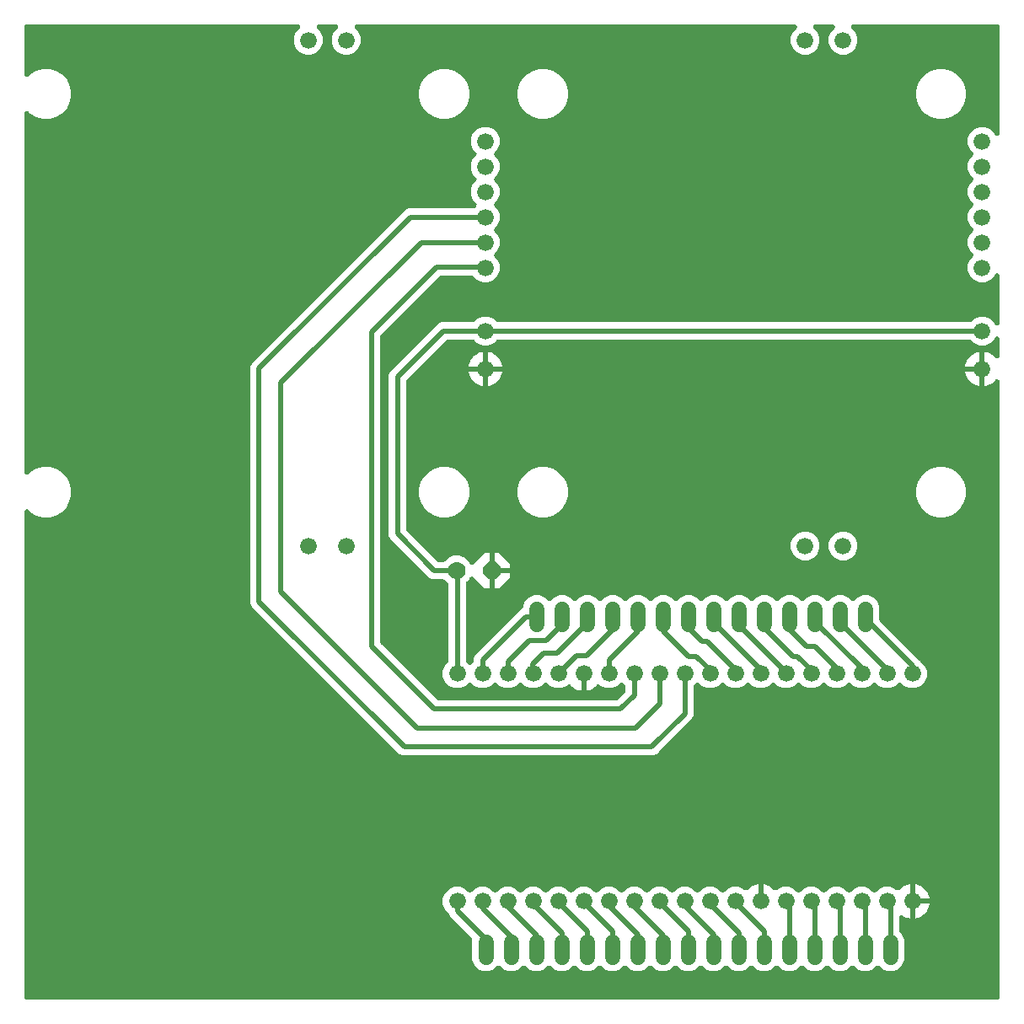
<source format=gbr>
G04 EAGLE Gerber RS-274X export*
G75*
%MOMM*%
%FSLAX34Y34*%
%LPD*%
%INBottom Copper*%
%IPPOS*%
%AMOC8*
5,1,8,0,0,1.08239X$1,22.5*%
G01*
%ADD10C,1.676400*%
%ADD11P,1.924489X8X22.500000*%
%ADD12C,1.778000*%
%ADD13C,1.524000*%
%ADD14C,0.508000*%

G36*
X987335Y10164D02*
X987335Y10164D01*
X987369Y10162D01*
X987558Y10184D01*
X987749Y10201D01*
X987782Y10210D01*
X987816Y10214D01*
X987999Y10269D01*
X988183Y10319D01*
X988214Y10334D01*
X988247Y10344D01*
X988418Y10431D01*
X988590Y10513D01*
X988618Y10533D01*
X988649Y10548D01*
X988801Y10664D01*
X988956Y10775D01*
X988980Y10800D01*
X989007Y10820D01*
X989136Y10960D01*
X989270Y11097D01*
X989289Y11126D01*
X989313Y11152D01*
X989415Y11313D01*
X989522Y11470D01*
X989536Y11502D01*
X989554Y11531D01*
X989627Y11708D01*
X989704Y11882D01*
X989712Y11916D01*
X989725Y11948D01*
X989765Y12135D01*
X989811Y12320D01*
X989813Y12354D01*
X989820Y12388D01*
X989839Y12700D01*
X989839Y630804D01*
X989833Y630875D01*
X989835Y630946D01*
X989813Y631098D01*
X989799Y631252D01*
X989781Y631321D01*
X989770Y631391D01*
X989721Y631538D01*
X989681Y631687D01*
X989650Y631751D01*
X989628Y631818D01*
X989554Y631954D01*
X989487Y632093D01*
X989446Y632151D01*
X989412Y632213D01*
X989315Y632334D01*
X989225Y632459D01*
X989174Y632509D01*
X989130Y632564D01*
X989013Y632666D01*
X988903Y632773D01*
X988844Y632813D01*
X988790Y632860D01*
X988658Y632939D01*
X988530Y633025D01*
X988464Y633054D01*
X988403Y633091D01*
X988259Y633145D01*
X988118Y633208D01*
X988049Y633225D01*
X987982Y633250D01*
X987830Y633278D01*
X987680Y633314D01*
X987609Y633319D01*
X987539Y633332D01*
X987385Y633333D01*
X987231Y633342D01*
X987160Y633334D01*
X987089Y633334D01*
X986937Y633308D01*
X986784Y633290D01*
X986715Y633269D01*
X986646Y633257D01*
X986501Y633204D01*
X986353Y633160D01*
X986289Y633127D01*
X986222Y633103D01*
X986089Y633025D01*
X985951Y632955D01*
X985895Y632912D01*
X985833Y632877D01*
X985716Y632777D01*
X985593Y632683D01*
X985544Y632631D01*
X985490Y632585D01*
X985344Y632417D01*
X983713Y630786D01*
X981917Y629407D01*
X979956Y628275D01*
X977864Y627409D01*
X975677Y626823D01*
X974839Y626713D01*
X974839Y643800D01*
X974839Y660887D01*
X975677Y660777D01*
X977864Y660191D01*
X979956Y659325D01*
X981917Y658193D01*
X983713Y656814D01*
X985345Y655183D01*
X985375Y655141D01*
X985486Y655033D01*
X985590Y654919D01*
X985646Y654876D01*
X985697Y654827D01*
X985826Y654740D01*
X985948Y654647D01*
X986011Y654614D01*
X986070Y654575D01*
X986212Y654512D01*
X986349Y654442D01*
X986417Y654421D01*
X986482Y654392D01*
X986632Y654356D01*
X986780Y654311D01*
X986851Y654303D01*
X986920Y654286D01*
X987074Y654276D01*
X987227Y654258D01*
X987298Y654262D01*
X987369Y654258D01*
X987523Y654276D01*
X987677Y654285D01*
X987746Y654302D01*
X987816Y654310D01*
X987964Y654355D01*
X988114Y654391D01*
X988179Y654420D01*
X988247Y654440D01*
X988385Y654510D01*
X988526Y654573D01*
X988585Y654612D01*
X988649Y654645D01*
X988771Y654738D01*
X988900Y654824D01*
X988951Y654874D01*
X989007Y654917D01*
X989112Y655030D01*
X989223Y655138D01*
X989264Y655196D01*
X989313Y655248D01*
X989395Y655378D01*
X989486Y655503D01*
X989516Y655568D01*
X989554Y655628D01*
X989613Y655771D01*
X989679Y655910D01*
X989698Y655978D01*
X989725Y656044D01*
X989758Y656195D01*
X989799Y656344D01*
X989805Y656415D01*
X989820Y656484D01*
X989839Y656784D01*
X989839Y656792D01*
X989839Y656794D01*
X989839Y656796D01*
X989839Y673643D01*
X989824Y673820D01*
X989814Y673997D01*
X989804Y674044D01*
X989799Y674092D01*
X989753Y674263D01*
X989712Y674436D01*
X989693Y674480D01*
X989681Y674526D01*
X989605Y674686D01*
X989534Y674850D01*
X989508Y674890D01*
X989487Y674933D01*
X989384Y675077D01*
X989286Y675225D01*
X989253Y675260D01*
X989225Y675299D01*
X989098Y675423D01*
X988975Y675551D01*
X988937Y675579D01*
X988903Y675613D01*
X988755Y675712D01*
X988612Y675817D01*
X988569Y675838D01*
X988530Y675865D01*
X988367Y675937D01*
X988208Y676015D01*
X988162Y676028D01*
X988118Y676047D01*
X987945Y676089D01*
X987774Y676138D01*
X987727Y676142D01*
X987680Y676154D01*
X987503Y676165D01*
X987326Y676182D01*
X987279Y676179D01*
X987231Y676181D01*
X987054Y676161D01*
X986877Y676147D01*
X986831Y676135D01*
X986784Y676129D01*
X986613Y676078D01*
X986442Y676033D01*
X986399Y676013D01*
X986353Y675999D01*
X986195Y675919D01*
X986033Y675844D01*
X985994Y675816D01*
X985951Y675795D01*
X985810Y675688D01*
X985664Y675586D01*
X985631Y675552D01*
X985593Y675523D01*
X985472Y675392D01*
X985347Y675266D01*
X985320Y675227D01*
X985288Y675192D01*
X985192Y675042D01*
X985091Y674896D01*
X985065Y674843D01*
X985046Y674812D01*
X985022Y674753D01*
X984954Y674615D01*
X984574Y673698D01*
X980502Y669626D01*
X975180Y667421D01*
X969420Y667421D01*
X964098Y669626D01*
X961204Y672520D01*
X961079Y672625D01*
X960957Y672737D01*
X960906Y672769D01*
X960859Y672808D01*
X960717Y672890D01*
X960578Y672978D01*
X960521Y673002D01*
X960468Y673032D01*
X960313Y673087D01*
X960161Y673149D01*
X960101Y673162D01*
X960044Y673183D01*
X959882Y673209D01*
X959721Y673244D01*
X959644Y673249D01*
X959600Y673256D01*
X959539Y673255D01*
X959409Y673263D01*
X486191Y673263D01*
X486027Y673249D01*
X485863Y673242D01*
X485803Y673229D01*
X485743Y673223D01*
X485584Y673180D01*
X485423Y673144D01*
X485367Y673121D01*
X485308Y673105D01*
X485160Y673034D01*
X485008Y672971D01*
X484956Y672938D01*
X484902Y672911D01*
X484768Y672816D01*
X484630Y672726D01*
X484572Y672675D01*
X484535Y672649D01*
X484493Y672606D01*
X484396Y672520D01*
X481502Y669626D01*
X476180Y667421D01*
X470420Y667421D01*
X465098Y669626D01*
X462204Y672520D01*
X462078Y672625D01*
X461957Y672737D01*
X461906Y672769D01*
X461859Y672808D01*
X461716Y672890D01*
X461578Y672978D01*
X461521Y673002D01*
X461468Y673032D01*
X461313Y673087D01*
X461161Y673149D01*
X461101Y673162D01*
X461044Y673183D01*
X460882Y673209D01*
X460721Y673244D01*
X460644Y673249D01*
X460600Y673256D01*
X460539Y673255D01*
X460409Y673263D01*
X435529Y673263D01*
X435366Y673249D01*
X435201Y673242D01*
X435142Y673229D01*
X435081Y673223D01*
X434922Y673180D01*
X434762Y673144D01*
X434705Y673121D01*
X434646Y673105D01*
X434498Y673034D01*
X434346Y672971D01*
X434295Y672938D01*
X434240Y672911D01*
X434106Y672816D01*
X433968Y672726D01*
X433910Y672675D01*
X433874Y672649D01*
X433831Y672606D01*
X433734Y672520D01*
X394380Y633166D01*
X394275Y633040D01*
X394163Y632919D01*
X394131Y632868D01*
X394092Y632821D01*
X394010Y632678D01*
X393922Y632539D01*
X393898Y632483D01*
X393868Y632430D01*
X393813Y632275D01*
X393751Y632123D01*
X393738Y632063D01*
X393717Y632006D01*
X393691Y631843D01*
X393656Y631683D01*
X393651Y631606D01*
X393644Y631561D01*
X393645Y631500D01*
X393637Y631371D01*
X393637Y482629D01*
X393651Y482466D01*
X393658Y482301D01*
X393671Y482242D01*
X393677Y482181D01*
X393720Y482022D01*
X393756Y481862D01*
X393779Y481805D01*
X393795Y481746D01*
X393866Y481598D01*
X393929Y481446D01*
X393962Y481395D01*
X393989Y481340D01*
X394084Y481206D01*
X394174Y481068D01*
X394225Y481010D01*
X394251Y480974D01*
X394294Y480931D01*
X394380Y480834D01*
X424834Y450380D01*
X424960Y450275D01*
X425081Y450163D01*
X425132Y450131D01*
X425179Y450092D01*
X425322Y450010D01*
X425461Y449922D01*
X425517Y449898D01*
X425570Y449868D01*
X425725Y449813D01*
X425877Y449751D01*
X425937Y449738D01*
X425994Y449717D01*
X426157Y449691D01*
X426317Y449656D01*
X426394Y449651D01*
X426439Y449644D01*
X426500Y449645D01*
X426629Y449637D01*
X430610Y449637D01*
X430774Y449651D01*
X430939Y449658D01*
X430998Y449671D01*
X431059Y449677D01*
X431218Y449720D01*
X431378Y449756D01*
X431435Y449779D01*
X431493Y449795D01*
X431641Y449866D01*
X431794Y449929D01*
X431845Y449962D01*
X431900Y449989D01*
X432033Y450084D01*
X432172Y450174D01*
X432230Y450225D01*
X432266Y450251D01*
X432309Y450294D01*
X432406Y450380D01*
X435731Y453705D01*
X441239Y455987D01*
X447201Y455987D01*
X452709Y453705D01*
X456925Y449489D01*
X457286Y448617D01*
X457324Y448544D01*
X457354Y448467D01*
X457429Y448345D01*
X457495Y448218D01*
X457545Y448153D01*
X457588Y448083D01*
X457683Y447976D01*
X457771Y447862D01*
X457832Y447807D01*
X457886Y447745D01*
X457998Y447657D01*
X458105Y447561D01*
X458175Y447517D01*
X458239Y447466D01*
X458366Y447398D01*
X458487Y447323D01*
X458564Y447292D01*
X458636Y447253D01*
X458772Y447209D01*
X458905Y447156D01*
X458986Y447140D01*
X459064Y447114D01*
X459206Y447095D01*
X459347Y447066D01*
X459429Y447064D01*
X459511Y447053D01*
X459654Y447059D01*
X459797Y447055D01*
X459878Y447068D01*
X459960Y447071D01*
X460100Y447102D01*
X460242Y447124D01*
X460320Y447151D01*
X460400Y447169D01*
X460532Y447224D01*
X460667Y447270D01*
X460739Y447310D01*
X460815Y447342D01*
X460936Y447420D01*
X461061Y447490D01*
X461124Y447542D01*
X461194Y447587D01*
X461379Y447750D01*
X461409Y447775D01*
X461416Y447783D01*
X461428Y447794D01*
X472415Y458781D01*
X477241Y458781D01*
X477241Y441000D01*
X477241Y423219D01*
X472415Y423219D01*
X461428Y434206D01*
X461365Y434259D01*
X461308Y434319D01*
X461192Y434404D01*
X461082Y434495D01*
X461011Y434536D01*
X460944Y434585D01*
X460816Y434648D01*
X460692Y434719D01*
X460614Y434746D01*
X460540Y434782D01*
X460402Y434822D01*
X460267Y434870D01*
X460186Y434883D01*
X460107Y434905D01*
X459964Y434920D01*
X459823Y434943D01*
X459741Y434942D01*
X459659Y434950D01*
X459516Y434939D01*
X459373Y434937D01*
X459292Y434921D01*
X459210Y434915D01*
X459071Y434879D01*
X458931Y434851D01*
X458854Y434822D01*
X458774Y434801D01*
X458644Y434741D01*
X458511Y434689D01*
X458440Y434646D01*
X458366Y434612D01*
X458248Y434530D01*
X458126Y434455D01*
X458064Y434401D01*
X457997Y434353D01*
X457896Y434252D01*
X457789Y434157D01*
X457737Y434092D01*
X457679Y434034D01*
X457598Y433916D01*
X457509Y433804D01*
X457470Y433731D01*
X457423Y433663D01*
X457315Y433442D01*
X457297Y433407D01*
X457293Y433397D01*
X457286Y433383D01*
X456925Y432511D01*
X454380Y429966D01*
X454275Y429840D01*
X454163Y429719D01*
X454131Y429667D01*
X454092Y429621D01*
X454010Y429478D01*
X453922Y429339D01*
X453898Y429283D01*
X453868Y429230D01*
X453813Y429075D01*
X453751Y428923D01*
X453738Y428863D01*
X453717Y428805D01*
X453691Y428643D01*
X453656Y428482D01*
X453651Y428405D01*
X453644Y428361D01*
X453645Y428300D01*
X453637Y428170D01*
X453637Y350491D01*
X453651Y350327D01*
X453658Y350163D01*
X453671Y350103D01*
X453677Y350043D01*
X453720Y349884D01*
X453756Y349723D01*
X453779Y349667D01*
X453795Y349608D01*
X453866Y349460D01*
X453929Y349308D01*
X453962Y349256D01*
X453989Y349202D01*
X454084Y349068D01*
X454174Y348930D01*
X454225Y348872D01*
X454251Y348835D01*
X454294Y348793D01*
X454380Y348696D01*
X455904Y347172D01*
X455931Y347149D01*
X455954Y347123D01*
X456103Y347005D01*
X456250Y346883D01*
X456280Y346865D01*
X456307Y346844D01*
X456475Y346754D01*
X456641Y346659D01*
X456673Y346648D01*
X456704Y346631D01*
X456885Y346572D01*
X457065Y346508D01*
X457099Y346503D01*
X457132Y346492D01*
X457321Y346466D01*
X457509Y346435D01*
X457544Y346435D01*
X457578Y346431D01*
X457769Y346438D01*
X457960Y346441D01*
X457994Y346448D01*
X458028Y346449D01*
X458214Y346490D01*
X458402Y346527D01*
X458434Y346539D01*
X458468Y346547D01*
X458643Y346620D01*
X458822Y346689D01*
X458851Y346707D01*
X458883Y346720D01*
X459043Y346824D01*
X459206Y346923D01*
X459232Y346946D01*
X459261Y346965D01*
X459496Y347172D01*
X461020Y348696D01*
X461114Y348809D01*
X461123Y348818D01*
X461127Y348824D01*
X461237Y348943D01*
X461269Y348994D01*
X461308Y349041D01*
X461390Y349184D01*
X461478Y349322D01*
X461502Y349379D01*
X461532Y349432D01*
X461587Y349587D01*
X461649Y349739D01*
X461662Y349799D01*
X461683Y349856D01*
X461709Y350018D01*
X461744Y350179D01*
X461749Y350256D01*
X461756Y350300D01*
X461755Y350361D01*
X461763Y350491D01*
X461763Y353118D01*
X463078Y356292D01*
X509108Y402322D01*
X509616Y402532D01*
X509803Y402630D01*
X509993Y402727D01*
X510003Y402735D01*
X510015Y402741D01*
X510182Y402870D01*
X510351Y402999D01*
X510360Y403008D01*
X510371Y403017D01*
X510513Y403174D01*
X510657Y403330D01*
X510664Y403341D01*
X510672Y403351D01*
X510785Y403531D01*
X510898Y403710D01*
X510903Y403722D01*
X510910Y403733D01*
X510989Y403930D01*
X511069Y404126D01*
X511072Y404139D01*
X511077Y404151D01*
X511119Y404358D01*
X511164Y404566D01*
X511165Y404582D01*
X511167Y404592D01*
X511168Y404632D01*
X511183Y404878D01*
X511183Y405348D01*
X513271Y410390D01*
X517130Y414249D01*
X522172Y416337D01*
X527628Y416337D01*
X532670Y414248D01*
X535804Y411114D01*
X535831Y411092D01*
X535854Y411066D01*
X536003Y410947D01*
X536150Y410825D01*
X536180Y410808D01*
X536207Y410786D01*
X536375Y410696D01*
X536541Y410602D01*
X536573Y410590D01*
X536604Y410574D01*
X536785Y410515D01*
X536965Y410451D01*
X536999Y410445D01*
X537032Y410435D01*
X537221Y410408D01*
X537409Y410377D01*
X537444Y410378D01*
X537478Y410373D01*
X537669Y410381D01*
X537859Y410383D01*
X537894Y410390D01*
X537928Y410391D01*
X538114Y410433D01*
X538302Y410469D01*
X538334Y410482D01*
X538368Y410489D01*
X538544Y410563D01*
X538722Y410631D01*
X538751Y410649D01*
X538783Y410663D01*
X538944Y410766D01*
X539106Y410865D01*
X539132Y410888D01*
X539161Y410907D01*
X539396Y411114D01*
X542530Y414249D01*
X547572Y416337D01*
X553028Y416337D01*
X558070Y414248D01*
X561204Y411114D01*
X561231Y411092D01*
X561254Y411066D01*
X561403Y410947D01*
X561550Y410825D01*
X561580Y410808D01*
X561607Y410786D01*
X561775Y410696D01*
X561941Y410602D01*
X561973Y410590D01*
X562004Y410574D01*
X562185Y410515D01*
X562365Y410451D01*
X562399Y410445D01*
X562432Y410435D01*
X562621Y410408D01*
X562809Y410377D01*
X562844Y410378D01*
X562878Y410373D01*
X563069Y410381D01*
X563259Y410383D01*
X563294Y410390D01*
X563328Y410391D01*
X563514Y410433D01*
X563702Y410469D01*
X563734Y410482D01*
X563768Y410489D01*
X563944Y410563D01*
X564122Y410631D01*
X564151Y410649D01*
X564183Y410663D01*
X564344Y410766D01*
X564506Y410865D01*
X564532Y410888D01*
X564561Y410907D01*
X564796Y411114D01*
X567930Y414249D01*
X572972Y416337D01*
X578428Y416337D01*
X583470Y414248D01*
X586604Y411114D01*
X586631Y411092D01*
X586654Y411066D01*
X586803Y410947D01*
X586950Y410825D01*
X586980Y410808D01*
X587007Y410786D01*
X587175Y410696D01*
X587341Y410602D01*
X587373Y410590D01*
X587404Y410574D01*
X587585Y410515D01*
X587765Y410451D01*
X587799Y410445D01*
X587832Y410435D01*
X588021Y410408D01*
X588209Y410377D01*
X588244Y410378D01*
X588278Y410373D01*
X588469Y410381D01*
X588659Y410383D01*
X588694Y410390D01*
X588728Y410391D01*
X588914Y410433D01*
X589102Y410469D01*
X589134Y410482D01*
X589168Y410489D01*
X589344Y410563D01*
X589522Y410631D01*
X589551Y410649D01*
X589583Y410663D01*
X589744Y410766D01*
X589906Y410865D01*
X589932Y410888D01*
X589961Y410907D01*
X590196Y411114D01*
X593330Y414249D01*
X598372Y416337D01*
X603828Y416337D01*
X608870Y414248D01*
X612004Y411114D01*
X612031Y411092D01*
X612054Y411066D01*
X612203Y410947D01*
X612350Y410825D01*
X612380Y410808D01*
X612407Y410786D01*
X612575Y410696D01*
X612741Y410602D01*
X612773Y410590D01*
X612804Y410574D01*
X612985Y410515D01*
X613165Y410451D01*
X613199Y410445D01*
X613232Y410435D01*
X613421Y410408D01*
X613609Y410377D01*
X613644Y410378D01*
X613678Y410373D01*
X613869Y410381D01*
X614059Y410383D01*
X614094Y410390D01*
X614128Y410391D01*
X614314Y410433D01*
X614502Y410469D01*
X614534Y410482D01*
X614568Y410489D01*
X614744Y410563D01*
X614922Y410631D01*
X614951Y410649D01*
X614983Y410663D01*
X615144Y410766D01*
X615306Y410865D01*
X615332Y410888D01*
X615361Y410907D01*
X615596Y411114D01*
X618730Y414249D01*
X623772Y416337D01*
X629228Y416337D01*
X634270Y414248D01*
X637404Y411114D01*
X637431Y411092D01*
X637454Y411066D01*
X637603Y410947D01*
X637750Y410825D01*
X637780Y410808D01*
X637807Y410786D01*
X637975Y410696D01*
X638141Y410602D01*
X638173Y410590D01*
X638204Y410574D01*
X638385Y410515D01*
X638565Y410451D01*
X638599Y410445D01*
X638632Y410435D01*
X638821Y410408D01*
X639009Y410377D01*
X639044Y410378D01*
X639078Y410373D01*
X639269Y410381D01*
X639459Y410383D01*
X639494Y410390D01*
X639528Y410391D01*
X639714Y410433D01*
X639902Y410469D01*
X639934Y410482D01*
X639968Y410489D01*
X640144Y410563D01*
X640322Y410631D01*
X640351Y410649D01*
X640383Y410663D01*
X640544Y410766D01*
X640706Y410865D01*
X640732Y410888D01*
X640761Y410907D01*
X640996Y411114D01*
X644130Y414249D01*
X649172Y416337D01*
X654628Y416337D01*
X659670Y414248D01*
X662804Y411114D01*
X662831Y411092D01*
X662854Y411066D01*
X663003Y410947D01*
X663150Y410825D01*
X663180Y410808D01*
X663207Y410786D01*
X663375Y410696D01*
X663541Y410602D01*
X663573Y410590D01*
X663604Y410574D01*
X663785Y410515D01*
X663965Y410451D01*
X663999Y410445D01*
X664032Y410435D01*
X664221Y410408D01*
X664409Y410377D01*
X664444Y410378D01*
X664478Y410373D01*
X664669Y410381D01*
X664859Y410383D01*
X664894Y410390D01*
X664928Y410391D01*
X665114Y410433D01*
X665302Y410469D01*
X665334Y410482D01*
X665368Y410489D01*
X665544Y410563D01*
X665722Y410631D01*
X665751Y410649D01*
X665783Y410663D01*
X665944Y410766D01*
X666106Y410865D01*
X666132Y410888D01*
X666161Y410907D01*
X666396Y411114D01*
X669530Y414249D01*
X674572Y416337D01*
X680028Y416337D01*
X685070Y414248D01*
X688204Y411114D01*
X688231Y411092D01*
X688254Y411066D01*
X688403Y410947D01*
X688550Y410825D01*
X688580Y410808D01*
X688607Y410786D01*
X688775Y410696D01*
X688941Y410602D01*
X688973Y410590D01*
X689004Y410574D01*
X689185Y410515D01*
X689365Y410451D01*
X689399Y410445D01*
X689432Y410435D01*
X689621Y410408D01*
X689809Y410377D01*
X689844Y410378D01*
X689878Y410373D01*
X690069Y410381D01*
X690259Y410383D01*
X690294Y410390D01*
X690328Y410391D01*
X690514Y410433D01*
X690702Y410469D01*
X690734Y410482D01*
X690768Y410489D01*
X690944Y410563D01*
X691122Y410631D01*
X691151Y410649D01*
X691183Y410663D01*
X691344Y410766D01*
X691506Y410865D01*
X691532Y410888D01*
X691561Y410907D01*
X691796Y411114D01*
X694930Y414249D01*
X699972Y416337D01*
X705428Y416337D01*
X710470Y414248D01*
X713604Y411114D01*
X713631Y411092D01*
X713654Y411066D01*
X713803Y410947D01*
X713950Y410825D01*
X713980Y410808D01*
X714007Y410786D01*
X714175Y410696D01*
X714341Y410602D01*
X714373Y410590D01*
X714404Y410574D01*
X714585Y410515D01*
X714765Y410451D01*
X714799Y410445D01*
X714832Y410435D01*
X715021Y410408D01*
X715209Y410377D01*
X715244Y410378D01*
X715278Y410373D01*
X715469Y410381D01*
X715659Y410383D01*
X715694Y410390D01*
X715728Y410391D01*
X715914Y410433D01*
X716102Y410469D01*
X716134Y410482D01*
X716168Y410489D01*
X716344Y410563D01*
X716522Y410631D01*
X716551Y410649D01*
X716583Y410663D01*
X716744Y410766D01*
X716906Y410865D01*
X716932Y410888D01*
X716961Y410907D01*
X717196Y411114D01*
X720330Y414249D01*
X725372Y416337D01*
X730828Y416337D01*
X735870Y414249D01*
X739004Y411114D01*
X739031Y411092D01*
X739054Y411066D01*
X739203Y410948D01*
X739350Y410825D01*
X739380Y410808D01*
X739407Y410786D01*
X739575Y410696D01*
X739741Y410602D01*
X739773Y410590D01*
X739804Y410574D01*
X739985Y410515D01*
X740165Y410451D01*
X740199Y410445D01*
X740232Y410435D01*
X740421Y410409D01*
X740609Y410377D01*
X740644Y410378D01*
X740678Y410373D01*
X740869Y410381D01*
X741060Y410383D01*
X741094Y410390D01*
X741128Y410391D01*
X741314Y410433D01*
X741502Y410469D01*
X741534Y410482D01*
X741568Y410489D01*
X741743Y410562D01*
X741922Y410631D01*
X741951Y410649D01*
X741983Y410663D01*
X742143Y410766D01*
X742306Y410865D01*
X742332Y410888D01*
X742361Y410907D01*
X742596Y411114D01*
X745730Y414248D01*
X750772Y416337D01*
X756228Y416337D01*
X761270Y414248D01*
X764404Y411114D01*
X764431Y411092D01*
X764454Y411066D01*
X764603Y410947D01*
X764750Y410825D01*
X764780Y410808D01*
X764807Y410786D01*
X764975Y410696D01*
X765141Y410602D01*
X765173Y410590D01*
X765204Y410574D01*
X765385Y410515D01*
X765565Y410451D01*
X765599Y410445D01*
X765632Y410435D01*
X765821Y410408D01*
X766009Y410377D01*
X766044Y410378D01*
X766078Y410373D01*
X766269Y410381D01*
X766459Y410383D01*
X766494Y410390D01*
X766528Y410391D01*
X766714Y410433D01*
X766902Y410469D01*
X766934Y410482D01*
X766968Y410489D01*
X767144Y410563D01*
X767322Y410631D01*
X767351Y410649D01*
X767383Y410663D01*
X767544Y410766D01*
X767706Y410865D01*
X767732Y410888D01*
X767761Y410907D01*
X767996Y411114D01*
X771130Y414249D01*
X776172Y416337D01*
X781628Y416337D01*
X786670Y414248D01*
X789804Y411114D01*
X789831Y411092D01*
X789854Y411066D01*
X790003Y410947D01*
X790150Y410825D01*
X790180Y410808D01*
X790207Y410786D01*
X790375Y410696D01*
X790541Y410602D01*
X790573Y410590D01*
X790604Y410574D01*
X790785Y410515D01*
X790965Y410451D01*
X790999Y410445D01*
X791032Y410435D01*
X791221Y410408D01*
X791409Y410377D01*
X791444Y410378D01*
X791478Y410373D01*
X791669Y410381D01*
X791859Y410383D01*
X791894Y410390D01*
X791928Y410391D01*
X792114Y410433D01*
X792302Y410469D01*
X792334Y410482D01*
X792368Y410489D01*
X792544Y410563D01*
X792722Y410631D01*
X792751Y410649D01*
X792783Y410663D01*
X792944Y410766D01*
X793106Y410865D01*
X793132Y410888D01*
X793161Y410907D01*
X793396Y411114D01*
X796530Y414249D01*
X801572Y416337D01*
X807028Y416337D01*
X812070Y414248D01*
X815204Y411114D01*
X815231Y411092D01*
X815254Y411066D01*
X815403Y410947D01*
X815550Y410825D01*
X815580Y410808D01*
X815607Y410786D01*
X815775Y410696D01*
X815941Y410602D01*
X815973Y410590D01*
X816004Y410574D01*
X816185Y410515D01*
X816365Y410451D01*
X816399Y410445D01*
X816432Y410435D01*
X816621Y410408D01*
X816809Y410377D01*
X816844Y410378D01*
X816878Y410373D01*
X817069Y410381D01*
X817259Y410383D01*
X817294Y410390D01*
X817328Y410391D01*
X817514Y410433D01*
X817702Y410469D01*
X817734Y410482D01*
X817768Y410489D01*
X817944Y410563D01*
X818122Y410631D01*
X818151Y410649D01*
X818183Y410663D01*
X818344Y410766D01*
X818506Y410865D01*
X818532Y410888D01*
X818561Y410907D01*
X818796Y411114D01*
X821930Y414249D01*
X826972Y416337D01*
X832428Y416337D01*
X837470Y414248D01*
X840604Y411114D01*
X840631Y411092D01*
X840654Y411066D01*
X840803Y410947D01*
X840950Y410825D01*
X840980Y410808D01*
X841007Y410786D01*
X841175Y410696D01*
X841341Y410602D01*
X841373Y410590D01*
X841404Y410574D01*
X841585Y410515D01*
X841765Y410451D01*
X841799Y410445D01*
X841832Y410435D01*
X842021Y410408D01*
X842209Y410377D01*
X842244Y410378D01*
X842278Y410373D01*
X842469Y410381D01*
X842659Y410383D01*
X842694Y410390D01*
X842728Y410391D01*
X842914Y410433D01*
X843102Y410469D01*
X843134Y410482D01*
X843168Y410489D01*
X843344Y410563D01*
X843522Y410631D01*
X843551Y410649D01*
X843583Y410663D01*
X843744Y410766D01*
X843906Y410865D01*
X843932Y410888D01*
X843961Y410907D01*
X844196Y411114D01*
X847330Y414249D01*
X852372Y416337D01*
X857828Y416337D01*
X862870Y414249D01*
X866729Y410390D01*
X868817Y405348D01*
X868817Y392549D01*
X868831Y392386D01*
X868838Y392221D01*
X868851Y392162D01*
X868857Y392101D01*
X868900Y391942D01*
X868936Y391782D01*
X868959Y391725D01*
X868975Y391666D01*
X869046Y391518D01*
X869109Y391366D01*
X869142Y391315D01*
X869169Y391260D01*
X869264Y391126D01*
X869354Y390988D01*
X869405Y390930D01*
X869431Y390894D01*
X869474Y390851D01*
X869560Y390754D01*
X909591Y350723D01*
X909605Y350697D01*
X909705Y350567D01*
X909800Y350432D01*
X909843Y350389D01*
X909880Y350341D01*
X910002Y350231D01*
X910119Y350115D01*
X910169Y350080D01*
X910215Y350039D01*
X910273Y350003D01*
X914474Y345802D01*
X916679Y340480D01*
X916679Y334720D01*
X914474Y329398D01*
X910402Y325326D01*
X905080Y323121D01*
X899320Y323121D01*
X893998Y325326D01*
X891296Y328028D01*
X891269Y328051D01*
X891246Y328077D01*
X891097Y328195D01*
X890950Y328317D01*
X890920Y328335D01*
X890893Y328356D01*
X890725Y328446D01*
X890559Y328541D01*
X890527Y328552D01*
X890496Y328569D01*
X890315Y328628D01*
X890135Y328692D01*
X890101Y328697D01*
X890068Y328708D01*
X889879Y328734D01*
X889691Y328765D01*
X889656Y328765D01*
X889622Y328769D01*
X889431Y328761D01*
X889241Y328759D01*
X889206Y328752D01*
X889172Y328751D01*
X888986Y328710D01*
X888798Y328673D01*
X888766Y328661D01*
X888732Y328653D01*
X888556Y328580D01*
X888378Y328511D01*
X888349Y328493D01*
X888317Y328480D01*
X888156Y328376D01*
X887994Y328277D01*
X887968Y328254D01*
X887939Y328235D01*
X887704Y328028D01*
X885002Y325326D01*
X879680Y323121D01*
X873920Y323121D01*
X868598Y325326D01*
X865896Y328028D01*
X865869Y328051D01*
X865846Y328077D01*
X865697Y328195D01*
X865550Y328317D01*
X865520Y328335D01*
X865493Y328356D01*
X865325Y328446D01*
X865159Y328541D01*
X865127Y328552D01*
X865096Y328569D01*
X864915Y328628D01*
X864735Y328692D01*
X864701Y328697D01*
X864668Y328708D01*
X864479Y328734D01*
X864291Y328765D01*
X864256Y328765D01*
X864222Y328769D01*
X864031Y328761D01*
X863841Y328759D01*
X863806Y328752D01*
X863772Y328751D01*
X863586Y328710D01*
X863398Y328673D01*
X863366Y328661D01*
X863332Y328653D01*
X863156Y328580D01*
X862978Y328511D01*
X862949Y328493D01*
X862917Y328480D01*
X862756Y328376D01*
X862594Y328277D01*
X862568Y328254D01*
X862539Y328235D01*
X862304Y328028D01*
X859602Y325326D01*
X854280Y323121D01*
X848520Y323121D01*
X843198Y325326D01*
X840496Y328028D01*
X840469Y328051D01*
X840446Y328077D01*
X840297Y328195D01*
X840150Y328317D01*
X840120Y328335D01*
X840093Y328356D01*
X839925Y328446D01*
X839759Y328541D01*
X839727Y328552D01*
X839696Y328569D01*
X839515Y328628D01*
X839335Y328692D01*
X839301Y328697D01*
X839268Y328708D01*
X839079Y328734D01*
X838891Y328765D01*
X838856Y328765D01*
X838822Y328769D01*
X838631Y328761D01*
X838441Y328759D01*
X838406Y328752D01*
X838372Y328751D01*
X838186Y328710D01*
X837998Y328673D01*
X837966Y328661D01*
X837932Y328653D01*
X837756Y328580D01*
X837578Y328511D01*
X837549Y328493D01*
X837517Y328480D01*
X837356Y328376D01*
X837194Y328277D01*
X837168Y328254D01*
X837139Y328235D01*
X836904Y328028D01*
X834202Y325326D01*
X828880Y323121D01*
X823120Y323121D01*
X817798Y325326D01*
X815096Y328028D01*
X815069Y328051D01*
X815046Y328077D01*
X814897Y328195D01*
X814750Y328317D01*
X814720Y328335D01*
X814693Y328356D01*
X814525Y328446D01*
X814359Y328541D01*
X814327Y328552D01*
X814296Y328569D01*
X814115Y328628D01*
X813935Y328692D01*
X813901Y328697D01*
X813868Y328708D01*
X813679Y328734D01*
X813491Y328765D01*
X813456Y328765D01*
X813422Y328769D01*
X813231Y328761D01*
X813041Y328759D01*
X813006Y328752D01*
X812972Y328751D01*
X812786Y328710D01*
X812598Y328673D01*
X812566Y328661D01*
X812532Y328653D01*
X812356Y328580D01*
X812178Y328511D01*
X812149Y328493D01*
X812117Y328480D01*
X811956Y328376D01*
X811794Y328277D01*
X811768Y328254D01*
X811739Y328235D01*
X811504Y328028D01*
X808802Y325326D01*
X803480Y323121D01*
X797720Y323121D01*
X792398Y325326D01*
X789696Y328028D01*
X789669Y328051D01*
X789646Y328077D01*
X789497Y328195D01*
X789350Y328317D01*
X789320Y328335D01*
X789293Y328356D01*
X789125Y328446D01*
X788959Y328541D01*
X788927Y328552D01*
X788896Y328569D01*
X788715Y328628D01*
X788535Y328692D01*
X788501Y328697D01*
X788468Y328708D01*
X788279Y328734D01*
X788091Y328765D01*
X788056Y328765D01*
X788022Y328769D01*
X787831Y328761D01*
X787641Y328759D01*
X787606Y328752D01*
X787572Y328751D01*
X787386Y328710D01*
X787198Y328673D01*
X787166Y328661D01*
X787132Y328653D01*
X786956Y328580D01*
X786778Y328511D01*
X786749Y328493D01*
X786717Y328480D01*
X786556Y328376D01*
X786394Y328277D01*
X786368Y328254D01*
X786339Y328235D01*
X786104Y328028D01*
X783402Y325326D01*
X778080Y323121D01*
X772320Y323121D01*
X766998Y325326D01*
X764296Y328028D01*
X764269Y328051D01*
X764246Y328077D01*
X764097Y328195D01*
X763950Y328317D01*
X763920Y328335D01*
X763893Y328356D01*
X763725Y328446D01*
X763559Y328541D01*
X763527Y328552D01*
X763496Y328569D01*
X763315Y328628D01*
X763135Y328692D01*
X763101Y328697D01*
X763068Y328708D01*
X762879Y328734D01*
X762691Y328765D01*
X762656Y328765D01*
X762622Y328769D01*
X762431Y328762D01*
X762240Y328759D01*
X762206Y328752D01*
X762172Y328751D01*
X761986Y328710D01*
X761798Y328673D01*
X761766Y328661D01*
X761732Y328653D01*
X761557Y328580D01*
X761378Y328511D01*
X761349Y328493D01*
X761317Y328480D01*
X761157Y328376D01*
X760994Y328277D01*
X760968Y328254D01*
X760939Y328235D01*
X760704Y328028D01*
X758002Y325326D01*
X752680Y323121D01*
X746920Y323121D01*
X741598Y325326D01*
X738896Y328028D01*
X738869Y328051D01*
X738846Y328077D01*
X738697Y328195D01*
X738550Y328317D01*
X738520Y328335D01*
X738493Y328356D01*
X738325Y328446D01*
X738159Y328541D01*
X738127Y328552D01*
X738096Y328569D01*
X737915Y328628D01*
X737735Y328692D01*
X737701Y328697D01*
X737668Y328708D01*
X737479Y328734D01*
X737291Y328765D01*
X737256Y328765D01*
X737222Y328769D01*
X737031Y328761D01*
X736841Y328759D01*
X736806Y328752D01*
X736772Y328751D01*
X736586Y328710D01*
X736398Y328673D01*
X736366Y328661D01*
X736332Y328653D01*
X736156Y328580D01*
X735978Y328511D01*
X735949Y328493D01*
X735917Y328480D01*
X735756Y328376D01*
X735594Y328277D01*
X735568Y328254D01*
X735539Y328235D01*
X735304Y328028D01*
X732602Y325326D01*
X727280Y323121D01*
X721520Y323121D01*
X716198Y325326D01*
X713496Y328028D01*
X713469Y328051D01*
X713446Y328077D01*
X713297Y328195D01*
X713150Y328317D01*
X713120Y328335D01*
X713093Y328356D01*
X712925Y328446D01*
X712759Y328541D01*
X712727Y328552D01*
X712696Y328569D01*
X712515Y328628D01*
X712335Y328692D01*
X712301Y328697D01*
X712268Y328708D01*
X712079Y328734D01*
X711891Y328765D01*
X711856Y328765D01*
X711822Y328769D01*
X711631Y328761D01*
X711441Y328759D01*
X711406Y328752D01*
X711372Y328751D01*
X711186Y328710D01*
X710998Y328673D01*
X710966Y328661D01*
X710932Y328653D01*
X710756Y328580D01*
X710578Y328511D01*
X710549Y328493D01*
X710517Y328480D01*
X710356Y328376D01*
X710194Y328277D01*
X710168Y328254D01*
X710139Y328235D01*
X709904Y328028D01*
X707202Y325326D01*
X701880Y323121D01*
X696120Y323121D01*
X690798Y325326D01*
X688096Y328028D01*
X688069Y328051D01*
X688046Y328077D01*
X687897Y328195D01*
X687750Y328317D01*
X687720Y328335D01*
X687693Y328356D01*
X687525Y328446D01*
X687359Y328541D01*
X687327Y328552D01*
X687296Y328569D01*
X687115Y328628D01*
X686935Y328692D01*
X686901Y328697D01*
X686868Y328708D01*
X686679Y328734D01*
X686491Y328765D01*
X686456Y328765D01*
X686422Y328769D01*
X686231Y328761D01*
X686041Y328759D01*
X686006Y328752D01*
X685972Y328751D01*
X685786Y328710D01*
X685598Y328673D01*
X685566Y328661D01*
X685532Y328653D01*
X685356Y328580D01*
X685178Y328511D01*
X685149Y328493D01*
X685117Y328480D01*
X684956Y328376D01*
X684794Y328277D01*
X684768Y328254D01*
X684739Y328235D01*
X684504Y328028D01*
X682980Y326504D01*
X682875Y326378D01*
X682763Y326257D01*
X682731Y326206D01*
X682692Y326159D01*
X682610Y326016D01*
X682522Y325878D01*
X682498Y325821D01*
X682468Y325768D01*
X682413Y325613D01*
X682351Y325461D01*
X682338Y325401D01*
X682317Y325344D01*
X682291Y325182D01*
X682256Y325021D01*
X682251Y324944D01*
X682244Y324900D01*
X682245Y324839D01*
X682237Y324709D01*
X682237Y295882D01*
X680922Y292708D01*
X647679Y259465D01*
X644892Y256678D01*
X641718Y255363D01*
X390282Y255363D01*
X387108Y256678D01*
X238678Y405108D01*
X237363Y408282D01*
X237363Y645718D01*
X238678Y648892D01*
X393308Y803522D01*
X396482Y804837D01*
X460409Y804837D01*
X460573Y804851D01*
X460737Y804858D01*
X460797Y804871D01*
X460857Y804877D01*
X461016Y804920D01*
X461177Y804956D01*
X461233Y804979D01*
X461292Y804995D01*
X461440Y805066D01*
X461592Y805129D01*
X461644Y805162D01*
X461698Y805189D01*
X461832Y805284D01*
X461970Y805374D01*
X462028Y805425D01*
X462065Y805451D01*
X462107Y805494D01*
X462204Y805580D01*
X463728Y807104D01*
X463751Y807131D01*
X463777Y807154D01*
X463894Y807303D01*
X464017Y807450D01*
X464035Y807480D01*
X464056Y807507D01*
X464146Y807675D01*
X464241Y807841D01*
X464252Y807873D01*
X464269Y807904D01*
X464328Y808085D01*
X464392Y808265D01*
X464397Y808299D01*
X464408Y808332D01*
X464434Y808521D01*
X464465Y808709D01*
X464465Y808744D01*
X464469Y808778D01*
X464462Y808969D01*
X464459Y809160D01*
X464452Y809194D01*
X464451Y809228D01*
X464410Y809414D01*
X464373Y809602D01*
X464361Y809634D01*
X464353Y809668D01*
X464280Y809844D01*
X464211Y810022D01*
X464193Y810051D01*
X464180Y810083D01*
X464076Y810243D01*
X463977Y810406D01*
X463954Y810432D01*
X463935Y810461D01*
X463728Y810696D01*
X461026Y813398D01*
X458821Y818720D01*
X458821Y824480D01*
X461026Y829802D01*
X463728Y832504D01*
X463751Y832531D01*
X463777Y832554D01*
X463895Y832703D01*
X464017Y832850D01*
X464035Y832880D01*
X464056Y832907D01*
X464146Y833075D01*
X464241Y833241D01*
X464252Y833273D01*
X464269Y833304D01*
X464328Y833485D01*
X464392Y833665D01*
X464397Y833699D01*
X464408Y833732D01*
X464434Y833921D01*
X464465Y834109D01*
X464465Y834144D01*
X464469Y834178D01*
X464461Y834369D01*
X464459Y834559D01*
X464452Y834594D01*
X464451Y834628D01*
X464410Y834814D01*
X464373Y835002D01*
X464361Y835034D01*
X464353Y835068D01*
X464280Y835244D01*
X464211Y835422D01*
X464193Y835451D01*
X464180Y835483D01*
X464076Y835644D01*
X463977Y835806D01*
X463954Y835832D01*
X463935Y835861D01*
X463728Y836096D01*
X461026Y838798D01*
X458821Y844120D01*
X458821Y849880D01*
X461026Y855202D01*
X463728Y857904D01*
X463751Y857931D01*
X463777Y857954D01*
X463895Y858103D01*
X464017Y858250D01*
X464035Y858280D01*
X464056Y858307D01*
X464146Y858475D01*
X464241Y858641D01*
X464252Y858673D01*
X464269Y858704D01*
X464327Y858884D01*
X464392Y859065D01*
X464397Y859099D01*
X464408Y859132D01*
X464434Y859321D01*
X464465Y859509D01*
X464465Y859544D01*
X464469Y859578D01*
X464461Y859769D01*
X464459Y859959D01*
X464452Y859994D01*
X464451Y860028D01*
X464410Y860214D01*
X464373Y860402D01*
X464361Y860434D01*
X464353Y860468D01*
X464280Y860644D01*
X464211Y860822D01*
X464193Y860851D01*
X464180Y860883D01*
X464076Y861044D01*
X463977Y861206D01*
X463954Y861232D01*
X463935Y861261D01*
X463728Y861496D01*
X461026Y864198D01*
X458821Y869520D01*
X458821Y875280D01*
X461026Y880602D01*
X465098Y884674D01*
X470420Y886879D01*
X476180Y886879D01*
X481502Y884674D01*
X485574Y880602D01*
X487779Y875280D01*
X487779Y869520D01*
X485574Y864198D01*
X482872Y861496D01*
X482849Y861469D01*
X482823Y861446D01*
X482705Y861297D01*
X482583Y861150D01*
X482565Y861120D01*
X482544Y861093D01*
X482454Y860925D01*
X482359Y860759D01*
X482348Y860727D01*
X482331Y860696D01*
X482272Y860515D01*
X482208Y860335D01*
X482203Y860301D01*
X482192Y860268D01*
X482166Y860079D01*
X482135Y859891D01*
X482135Y859856D01*
X482131Y859822D01*
X482138Y859631D01*
X482141Y859440D01*
X482148Y859406D01*
X482149Y859372D01*
X482190Y859186D01*
X482227Y858998D01*
X482239Y858966D01*
X482247Y858932D01*
X482320Y858757D01*
X482389Y858578D01*
X482407Y858549D01*
X482420Y858517D01*
X482524Y858357D01*
X482623Y858194D01*
X482646Y858168D01*
X482665Y858139D01*
X482872Y857904D01*
X485574Y855202D01*
X487779Y849880D01*
X487779Y844120D01*
X485574Y838798D01*
X482872Y836096D01*
X482849Y836069D01*
X482823Y836046D01*
X482705Y835897D01*
X482583Y835750D01*
X482565Y835720D01*
X482544Y835693D01*
X482454Y835525D01*
X482359Y835359D01*
X482348Y835327D01*
X482331Y835296D01*
X482272Y835115D01*
X482208Y834935D01*
X482203Y834901D01*
X482192Y834868D01*
X482166Y834679D01*
X482135Y834491D01*
X482135Y834456D01*
X482131Y834422D01*
X482138Y834231D01*
X482141Y834040D01*
X482148Y834006D01*
X482149Y833972D01*
X482190Y833786D01*
X482227Y833598D01*
X482239Y833566D01*
X482247Y833532D01*
X482320Y833357D01*
X482389Y833178D01*
X482407Y833149D01*
X482420Y833117D01*
X482524Y832957D01*
X482623Y832794D01*
X482646Y832768D01*
X482665Y832739D01*
X482872Y832504D01*
X485574Y829802D01*
X487779Y824480D01*
X487779Y818720D01*
X485574Y813398D01*
X482872Y810696D01*
X482849Y810669D01*
X482823Y810646D01*
X482705Y810497D01*
X482583Y810350D01*
X482565Y810320D01*
X482544Y810293D01*
X482454Y810125D01*
X482359Y809959D01*
X482348Y809927D01*
X482331Y809896D01*
X482272Y809715D01*
X482208Y809535D01*
X482203Y809501D01*
X482192Y809468D01*
X482166Y809279D01*
X482135Y809091D01*
X482135Y809056D01*
X482131Y809022D01*
X482138Y808831D01*
X482141Y808640D01*
X482148Y808606D01*
X482149Y808572D01*
X482190Y808386D01*
X482227Y808198D01*
X482239Y808166D01*
X482247Y808132D01*
X482320Y807957D01*
X482389Y807778D01*
X482407Y807749D01*
X482420Y807717D01*
X482524Y807557D01*
X482623Y807394D01*
X482646Y807368D01*
X482665Y807339D01*
X482872Y807104D01*
X485574Y804402D01*
X487779Y799080D01*
X487779Y793320D01*
X485574Y787998D01*
X482872Y785296D01*
X482849Y785269D01*
X482823Y785246D01*
X482705Y785097D01*
X482583Y784950D01*
X482565Y784920D01*
X482544Y784893D01*
X482454Y784725D01*
X482359Y784559D01*
X482348Y784527D01*
X482331Y784496D01*
X482272Y784315D01*
X482208Y784135D01*
X482203Y784101D01*
X482192Y784068D01*
X482166Y783879D01*
X482135Y783691D01*
X482135Y783656D01*
X482131Y783622D01*
X482138Y783431D01*
X482141Y783240D01*
X482148Y783206D01*
X482149Y783172D01*
X482190Y782986D01*
X482227Y782798D01*
X482239Y782766D01*
X482247Y782732D01*
X482320Y782557D01*
X482389Y782378D01*
X482407Y782349D01*
X482420Y782317D01*
X482524Y782157D01*
X482623Y781994D01*
X482646Y781968D01*
X482665Y781939D01*
X482872Y781704D01*
X485574Y779002D01*
X487779Y773680D01*
X487779Y767920D01*
X485574Y762598D01*
X482872Y759896D01*
X482849Y759869D01*
X482823Y759846D01*
X482705Y759697D01*
X482583Y759550D01*
X482565Y759520D01*
X482544Y759493D01*
X482454Y759325D01*
X482359Y759159D01*
X482348Y759127D01*
X482331Y759096D01*
X482272Y758915D01*
X482208Y758735D01*
X482203Y758701D01*
X482192Y758668D01*
X482166Y758479D01*
X482135Y758291D01*
X482135Y758256D01*
X482131Y758222D01*
X482139Y758031D01*
X482141Y757841D01*
X482148Y757806D01*
X482149Y757772D01*
X482190Y757586D01*
X482227Y757398D01*
X482239Y757366D01*
X482247Y757332D01*
X482320Y757156D01*
X482389Y756978D01*
X482407Y756949D01*
X482420Y756917D01*
X482524Y756756D01*
X482623Y756594D01*
X482646Y756568D01*
X482665Y756539D01*
X482872Y756304D01*
X485574Y753602D01*
X487779Y748280D01*
X487779Y742520D01*
X485574Y737198D01*
X481502Y733126D01*
X476180Y730921D01*
X470420Y730921D01*
X465098Y733126D01*
X461604Y736620D01*
X461479Y736725D01*
X461357Y736837D01*
X461306Y736869D01*
X461259Y736908D01*
X461117Y736990D01*
X460978Y737078D01*
X460921Y737102D01*
X460868Y737132D01*
X460713Y737187D01*
X460561Y737249D01*
X460501Y737262D01*
X460444Y737283D01*
X460282Y737309D01*
X460121Y737344D01*
X460044Y737349D01*
X460000Y737356D01*
X459939Y737355D01*
X459809Y737363D01*
X428629Y737363D01*
X428466Y737349D01*
X428301Y737342D01*
X428242Y737329D01*
X428181Y737323D01*
X428022Y737280D01*
X427862Y737244D01*
X427805Y737221D01*
X427746Y737205D01*
X427598Y737134D01*
X427446Y737071D01*
X427395Y737038D01*
X427340Y737011D01*
X427206Y736916D01*
X427068Y736826D01*
X427010Y736775D01*
X426974Y736749D01*
X426931Y736706D01*
X426834Y736620D01*
X368380Y678166D01*
X368275Y678040D01*
X368163Y677919D01*
X368131Y677868D01*
X368092Y677821D01*
X368010Y677678D01*
X367922Y677539D01*
X367898Y677483D01*
X367868Y677430D01*
X367813Y677275D01*
X367751Y677123D01*
X367738Y677063D01*
X367717Y677006D01*
X367691Y676843D01*
X367656Y676683D01*
X367651Y676606D01*
X367644Y676561D01*
X367645Y676500D01*
X367637Y676371D01*
X367637Y369629D01*
X367651Y369466D01*
X367658Y369301D01*
X367671Y369242D01*
X367677Y369181D01*
X367720Y369022D01*
X367756Y368862D01*
X367779Y368805D01*
X367795Y368746D01*
X367866Y368598D01*
X367929Y368446D01*
X367962Y368395D01*
X367989Y368340D01*
X368084Y368206D01*
X368174Y368068D01*
X368225Y368010D01*
X368251Y367974D01*
X368294Y367931D01*
X368380Y367834D01*
X424834Y311380D01*
X424960Y311275D01*
X425081Y311163D01*
X425132Y311131D01*
X425179Y311092D01*
X425322Y311010D01*
X425461Y310922D01*
X425517Y310898D01*
X425570Y310868D01*
X425725Y310813D01*
X425877Y310751D01*
X425937Y310738D01*
X425994Y310717D01*
X426157Y310691D01*
X426317Y310656D01*
X426394Y310651D01*
X426439Y310644D01*
X426500Y310645D01*
X426629Y310637D01*
X604371Y310637D01*
X604534Y310651D01*
X604699Y310658D01*
X604758Y310671D01*
X604819Y310677D01*
X604978Y310720D01*
X605138Y310756D01*
X605195Y310779D01*
X605254Y310795D01*
X605402Y310866D01*
X605554Y310929D01*
X605605Y310962D01*
X605660Y310989D01*
X605794Y311084D01*
X605932Y311174D01*
X605990Y311225D01*
X606026Y311251D01*
X606069Y311294D01*
X606166Y311380D01*
X613420Y318634D01*
X613525Y318760D01*
X613637Y318881D01*
X613669Y318932D01*
X613708Y318979D01*
X613790Y319122D01*
X613878Y319261D01*
X613902Y319317D01*
X613932Y319370D01*
X613987Y319525D01*
X614049Y319677D01*
X614062Y319737D01*
X614083Y319794D01*
X614109Y319957D01*
X614144Y320117D01*
X614149Y320194D01*
X614156Y320239D01*
X614155Y320300D01*
X614163Y320429D01*
X614163Y324709D01*
X614149Y324873D01*
X614142Y325037D01*
X614129Y325097D01*
X614123Y325157D01*
X614080Y325316D01*
X614044Y325477D01*
X614021Y325533D01*
X614005Y325592D01*
X613934Y325740D01*
X613871Y325892D01*
X613838Y325944D01*
X613811Y325998D01*
X613716Y326132D01*
X613626Y326270D01*
X613575Y326328D01*
X613549Y326365D01*
X613506Y326407D01*
X613420Y326504D01*
X611896Y328028D01*
X611869Y328051D01*
X611846Y328077D01*
X611697Y328194D01*
X611550Y328317D01*
X611520Y328335D01*
X611493Y328356D01*
X611325Y328446D01*
X611159Y328541D01*
X611127Y328552D01*
X611096Y328569D01*
X610915Y328628D01*
X610735Y328692D01*
X610701Y328697D01*
X610668Y328708D01*
X610479Y328734D01*
X610291Y328765D01*
X610256Y328765D01*
X610222Y328769D01*
X610031Y328762D01*
X609840Y328759D01*
X609806Y328752D01*
X609772Y328751D01*
X609586Y328710D01*
X609398Y328673D01*
X609366Y328661D01*
X609332Y328653D01*
X609156Y328580D01*
X608978Y328511D01*
X608949Y328493D01*
X608917Y328480D01*
X608757Y328376D01*
X608594Y328277D01*
X608568Y328254D01*
X608539Y328235D01*
X608304Y328028D01*
X605602Y325326D01*
X600280Y323121D01*
X594520Y323121D01*
X589198Y325326D01*
X588471Y326053D01*
X588445Y326075D01*
X588422Y326101D01*
X588273Y326219D01*
X588126Y326342D01*
X588096Y326359D01*
X588069Y326380D01*
X587901Y326470D01*
X587735Y326565D01*
X587702Y326577D01*
X587672Y326593D01*
X587490Y326652D01*
X587311Y326716D01*
X587276Y326722D01*
X587243Y326732D01*
X587054Y326758D01*
X586866Y326789D01*
X586832Y326789D01*
X586797Y326794D01*
X586606Y326786D01*
X586416Y326783D01*
X586382Y326777D01*
X586348Y326775D01*
X586161Y326734D01*
X585974Y326698D01*
X585942Y326685D01*
X585908Y326678D01*
X585732Y326604D01*
X585554Y326535D01*
X585525Y326518D01*
X585493Y326504D01*
X585332Y326400D01*
X585169Y326302D01*
X585143Y326279D01*
X585114Y326260D01*
X584880Y326053D01*
X583413Y324586D01*
X581617Y323207D01*
X579656Y322075D01*
X577564Y321209D01*
X575377Y320623D01*
X574539Y320513D01*
X574539Y337600D01*
X574536Y337634D01*
X574538Y337669D01*
X574516Y337858D01*
X574499Y338048D01*
X574490Y338082D01*
X574486Y338116D01*
X574431Y338299D01*
X574381Y338483D01*
X574366Y338514D01*
X574356Y338547D01*
X574269Y338718D01*
X574188Y338889D01*
X574167Y338917D01*
X574152Y338948D01*
X574036Y339100D01*
X573925Y339255D01*
X573901Y339279D01*
X573880Y339307D01*
X573740Y339436D01*
X573603Y339569D01*
X573574Y339589D01*
X573549Y339612D01*
X573388Y339715D01*
X573230Y339821D01*
X573198Y339835D01*
X573169Y339854D01*
X572992Y339926D01*
X572818Y340004D01*
X572784Y340012D01*
X572752Y340025D01*
X572566Y340065D01*
X572380Y340110D01*
X572346Y340112D01*
X572312Y340120D01*
X572000Y340139D01*
X571965Y340136D01*
X571931Y340138D01*
X571741Y340116D01*
X571551Y340099D01*
X571518Y340090D01*
X571484Y340086D01*
X571301Y340031D01*
X571117Y339980D01*
X571086Y339966D01*
X571053Y339956D01*
X570882Y339869D01*
X570710Y339787D01*
X570682Y339767D01*
X570651Y339751D01*
X570499Y339636D01*
X570344Y339525D01*
X570320Y339500D01*
X570292Y339479D01*
X570163Y339339D01*
X570030Y339202D01*
X570011Y339174D01*
X569987Y339148D01*
X569885Y338987D01*
X569778Y338829D01*
X569764Y338798D01*
X569745Y338768D01*
X569673Y338592D01*
X569596Y338417D01*
X569588Y338384D01*
X569575Y338352D01*
X569534Y338165D01*
X569489Y337980D01*
X569487Y337946D01*
X569480Y337912D01*
X569461Y337600D01*
X569461Y320513D01*
X568623Y320623D01*
X566436Y321209D01*
X564344Y322075D01*
X562383Y323207D01*
X560587Y324586D01*
X559120Y326053D01*
X559093Y326075D01*
X559070Y326101D01*
X558921Y326219D01*
X558775Y326342D01*
X558744Y326359D01*
X558717Y326380D01*
X558549Y326470D01*
X558384Y326565D01*
X558351Y326577D01*
X558320Y326593D01*
X558139Y326652D01*
X557959Y326716D01*
X557925Y326722D01*
X557892Y326732D01*
X557703Y326758D01*
X557515Y326789D01*
X557481Y326789D01*
X557446Y326794D01*
X557255Y326786D01*
X557065Y326783D01*
X557031Y326777D01*
X556996Y326775D01*
X556810Y326734D01*
X556623Y326698D01*
X556590Y326685D01*
X556557Y326678D01*
X556380Y326604D01*
X556203Y326535D01*
X556173Y326517D01*
X556141Y326504D01*
X555981Y326400D01*
X555818Y326302D01*
X555792Y326279D01*
X555763Y326260D01*
X555529Y326053D01*
X554802Y325326D01*
X549480Y323121D01*
X543720Y323121D01*
X538398Y325326D01*
X535696Y328028D01*
X535669Y328051D01*
X535646Y328077D01*
X535497Y328195D01*
X535350Y328317D01*
X535320Y328335D01*
X535293Y328356D01*
X535125Y328446D01*
X534959Y328541D01*
X534927Y328552D01*
X534896Y328569D01*
X534715Y328628D01*
X534535Y328692D01*
X534501Y328697D01*
X534468Y328708D01*
X534279Y328734D01*
X534091Y328765D01*
X534056Y328765D01*
X534022Y328769D01*
X533831Y328761D01*
X533641Y328759D01*
X533606Y328752D01*
X533572Y328751D01*
X533386Y328710D01*
X533198Y328673D01*
X533166Y328661D01*
X533132Y328653D01*
X532956Y328580D01*
X532778Y328511D01*
X532749Y328493D01*
X532717Y328480D01*
X532556Y328376D01*
X532394Y328277D01*
X532368Y328254D01*
X532339Y328235D01*
X532104Y328028D01*
X529402Y325326D01*
X524080Y323121D01*
X518320Y323121D01*
X512998Y325326D01*
X510296Y328028D01*
X510269Y328051D01*
X510246Y328077D01*
X510097Y328195D01*
X509950Y328317D01*
X509920Y328335D01*
X509893Y328356D01*
X509725Y328446D01*
X509559Y328541D01*
X509527Y328552D01*
X509496Y328569D01*
X509315Y328628D01*
X509135Y328692D01*
X509101Y328697D01*
X509068Y328708D01*
X508879Y328734D01*
X508691Y328765D01*
X508656Y328765D01*
X508622Y328769D01*
X508431Y328761D01*
X508241Y328759D01*
X508206Y328752D01*
X508172Y328751D01*
X507986Y328710D01*
X507798Y328673D01*
X507766Y328661D01*
X507732Y328653D01*
X507556Y328580D01*
X507378Y328511D01*
X507349Y328493D01*
X507317Y328480D01*
X507156Y328376D01*
X506994Y328277D01*
X506968Y328254D01*
X506939Y328235D01*
X506704Y328028D01*
X504002Y325326D01*
X498680Y323121D01*
X492920Y323121D01*
X487598Y325326D01*
X484896Y328028D01*
X484869Y328051D01*
X484846Y328077D01*
X484697Y328195D01*
X484550Y328317D01*
X484520Y328335D01*
X484493Y328356D01*
X484325Y328446D01*
X484159Y328541D01*
X484127Y328552D01*
X484096Y328569D01*
X483915Y328628D01*
X483735Y328692D01*
X483701Y328697D01*
X483668Y328708D01*
X483479Y328734D01*
X483291Y328765D01*
X483256Y328765D01*
X483222Y328769D01*
X483031Y328761D01*
X482841Y328759D01*
X482806Y328752D01*
X482772Y328751D01*
X482586Y328710D01*
X482398Y328673D01*
X482366Y328661D01*
X482332Y328653D01*
X482156Y328580D01*
X481978Y328511D01*
X481949Y328493D01*
X481917Y328480D01*
X481756Y328376D01*
X481594Y328277D01*
X481568Y328254D01*
X481539Y328235D01*
X481304Y328028D01*
X478602Y325326D01*
X473280Y323121D01*
X467520Y323121D01*
X462198Y325326D01*
X459496Y328028D01*
X459469Y328051D01*
X459446Y328077D01*
X459297Y328195D01*
X459150Y328317D01*
X459120Y328335D01*
X459093Y328356D01*
X458925Y328446D01*
X458759Y328541D01*
X458727Y328552D01*
X458696Y328569D01*
X458515Y328628D01*
X458335Y328692D01*
X458301Y328697D01*
X458268Y328708D01*
X458079Y328734D01*
X457891Y328765D01*
X457856Y328765D01*
X457822Y328769D01*
X457631Y328761D01*
X457441Y328759D01*
X457406Y328752D01*
X457372Y328751D01*
X457186Y328710D01*
X456998Y328673D01*
X456966Y328661D01*
X456932Y328653D01*
X456756Y328580D01*
X456578Y328511D01*
X456549Y328493D01*
X456517Y328480D01*
X456356Y328376D01*
X456194Y328277D01*
X456168Y328254D01*
X456139Y328235D01*
X455904Y328028D01*
X453202Y325326D01*
X447880Y323121D01*
X442120Y323121D01*
X436798Y325326D01*
X432726Y329398D01*
X430521Y334720D01*
X430521Y340480D01*
X432726Y345802D01*
X435620Y348696D01*
X435715Y348809D01*
X435723Y348818D01*
X435727Y348824D01*
X435837Y348943D01*
X435869Y348994D01*
X435908Y349041D01*
X435990Y349184D01*
X436078Y349322D01*
X436102Y349379D01*
X436132Y349432D01*
X436187Y349587D01*
X436249Y349739D01*
X436262Y349799D01*
X436283Y349856D01*
X436309Y350018D01*
X436344Y350179D01*
X436349Y350256D01*
X436356Y350300D01*
X436355Y350361D01*
X436363Y350491D01*
X436363Y426610D01*
X436361Y426640D01*
X436362Y426667D01*
X436348Y426789D01*
X436342Y426939D01*
X436329Y426998D01*
X436323Y427059D01*
X436312Y427102D01*
X436310Y427114D01*
X436291Y427179D01*
X436280Y427218D01*
X436244Y427378D01*
X436221Y427435D01*
X436205Y427493D01*
X436134Y427641D01*
X436071Y427794D01*
X436038Y427845D01*
X436011Y427900D01*
X435916Y428033D01*
X435826Y428172D01*
X435775Y428230D01*
X435749Y428266D01*
X435706Y428309D01*
X435620Y428406D01*
X432406Y431620D01*
X432280Y431725D01*
X432159Y431837D01*
X432107Y431869D01*
X432061Y431908D01*
X431918Y431990D01*
X431779Y432078D01*
X431723Y432102D01*
X431670Y432132D01*
X431515Y432187D01*
X431363Y432249D01*
X431303Y432262D01*
X431245Y432283D01*
X431083Y432309D01*
X430922Y432344D01*
X430845Y432349D01*
X430801Y432356D01*
X430740Y432355D01*
X430610Y432363D01*
X420282Y432363D01*
X417108Y433678D01*
X377678Y473108D01*
X376363Y476282D01*
X376363Y637718D01*
X377678Y640892D01*
X426008Y689222D01*
X429182Y690537D01*
X460409Y690537D01*
X460573Y690551D01*
X460737Y690558D01*
X460797Y690571D01*
X460857Y690577D01*
X461016Y690620D01*
X461177Y690656D01*
X461233Y690679D01*
X461292Y690695D01*
X461440Y690766D01*
X461592Y690829D01*
X461644Y690862D01*
X461698Y690889D01*
X461832Y690984D01*
X461970Y691074D01*
X462028Y691125D01*
X462065Y691151D01*
X462107Y691194D01*
X462204Y691280D01*
X465098Y694174D01*
X470420Y696379D01*
X476180Y696379D01*
X481502Y694174D01*
X484396Y691280D01*
X484522Y691175D01*
X484643Y691063D01*
X484694Y691031D01*
X484741Y690992D01*
X484884Y690910D01*
X485022Y690822D01*
X485079Y690798D01*
X485132Y690768D01*
X485287Y690713D01*
X485439Y690651D01*
X485499Y690638D01*
X485556Y690617D01*
X485718Y690591D01*
X485879Y690556D01*
X485956Y690551D01*
X486000Y690544D01*
X486061Y690545D01*
X486191Y690537D01*
X959409Y690537D01*
X959573Y690551D01*
X959737Y690558D01*
X959797Y690571D01*
X959857Y690577D01*
X960016Y690620D01*
X960177Y690656D01*
X960233Y690679D01*
X960292Y690695D01*
X960440Y690766D01*
X960592Y690829D01*
X960643Y690862D01*
X960698Y690889D01*
X960832Y690984D01*
X960970Y691074D01*
X961028Y691125D01*
X961065Y691151D01*
X961107Y691194D01*
X961204Y691280D01*
X964098Y694174D01*
X969420Y696379D01*
X975180Y696379D01*
X980502Y694174D01*
X984574Y690102D01*
X984954Y689185D01*
X985036Y689027D01*
X985113Y688867D01*
X985140Y688829D01*
X985163Y688786D01*
X985271Y688646D01*
X985375Y688501D01*
X985409Y688468D01*
X985438Y688430D01*
X985570Y688311D01*
X985697Y688187D01*
X985737Y688160D01*
X985773Y688128D01*
X985923Y688034D01*
X986070Y687935D01*
X986114Y687916D01*
X986155Y687890D01*
X986320Y687825D01*
X986482Y687753D01*
X986529Y687742D01*
X986573Y687724D01*
X986747Y687688D01*
X986920Y687646D01*
X986967Y687643D01*
X987014Y687634D01*
X987192Y687629D01*
X987369Y687619D01*
X987417Y687624D01*
X987464Y687623D01*
X987640Y687650D01*
X987816Y687671D01*
X987862Y687684D01*
X987909Y687692D01*
X988077Y687749D01*
X988247Y687801D01*
X988290Y687823D01*
X988335Y687838D01*
X988490Y687925D01*
X988649Y688005D01*
X988687Y688034D01*
X988728Y688057D01*
X988866Y688170D01*
X989007Y688277D01*
X989040Y688312D01*
X989077Y688343D01*
X989192Y688478D01*
X989313Y688608D01*
X989338Y688649D01*
X989369Y688685D01*
X989459Y688838D01*
X989554Y688988D01*
X989573Y689032D01*
X989597Y689074D01*
X989658Y689240D01*
X989725Y689405D01*
X989735Y689452D01*
X989752Y689496D01*
X989783Y689671D01*
X989820Y689845D01*
X989824Y689904D01*
X989830Y689940D01*
X989830Y690003D01*
X989839Y690157D01*
X989839Y737143D01*
X989824Y737320D01*
X989814Y737497D01*
X989804Y737544D01*
X989799Y737592D01*
X989753Y737763D01*
X989712Y737936D01*
X989693Y737980D01*
X989681Y738026D01*
X989605Y738186D01*
X989534Y738350D01*
X989508Y738390D01*
X989487Y738433D01*
X989384Y738577D01*
X989286Y738725D01*
X989253Y738760D01*
X989225Y738799D01*
X989098Y738923D01*
X988975Y739051D01*
X988937Y739079D01*
X988903Y739113D01*
X988755Y739212D01*
X988612Y739317D01*
X988569Y739338D01*
X988530Y739365D01*
X988367Y739437D01*
X988208Y739515D01*
X988162Y739528D01*
X988118Y739547D01*
X987945Y739589D01*
X987774Y739638D01*
X987727Y739642D01*
X987680Y739654D01*
X987503Y739665D01*
X987326Y739682D01*
X987279Y739679D01*
X987231Y739681D01*
X987054Y739661D01*
X986877Y739647D01*
X986831Y739635D01*
X986784Y739629D01*
X986613Y739578D01*
X986442Y739533D01*
X986399Y739513D01*
X986353Y739499D01*
X986195Y739419D01*
X986033Y739344D01*
X985994Y739316D01*
X985951Y739295D01*
X985810Y739188D01*
X985664Y739086D01*
X985631Y739052D01*
X985593Y739023D01*
X985472Y738892D01*
X985347Y738766D01*
X985320Y738727D01*
X985288Y738692D01*
X985192Y738542D01*
X985091Y738396D01*
X985065Y738343D01*
X985046Y738312D01*
X985022Y738253D01*
X984954Y738115D01*
X984574Y737198D01*
X980502Y733126D01*
X975180Y730921D01*
X969420Y730921D01*
X964098Y733126D01*
X960026Y737198D01*
X957821Y742520D01*
X957821Y748280D01*
X960026Y753602D01*
X962728Y756304D01*
X962751Y756331D01*
X962777Y756354D01*
X962895Y756503D01*
X963017Y756650D01*
X963035Y756680D01*
X963056Y756707D01*
X963146Y756875D01*
X963241Y757041D01*
X963252Y757073D01*
X963269Y757104D01*
X963328Y757285D01*
X963392Y757465D01*
X963397Y757499D01*
X963408Y757532D01*
X963434Y757721D01*
X963465Y757909D01*
X963465Y757944D01*
X963469Y757978D01*
X963462Y758169D01*
X963459Y758360D01*
X963452Y758394D01*
X963451Y758428D01*
X963410Y758614D01*
X963373Y758802D01*
X963361Y758834D01*
X963353Y758868D01*
X963280Y759043D01*
X963211Y759222D01*
X963193Y759251D01*
X963180Y759283D01*
X963076Y759443D01*
X962977Y759606D01*
X962954Y759632D01*
X962935Y759661D01*
X962728Y759896D01*
X960026Y762598D01*
X957821Y767920D01*
X957821Y773680D01*
X960026Y779002D01*
X962728Y781704D01*
X962751Y781731D01*
X962777Y781754D01*
X962895Y781903D01*
X963017Y782050D01*
X963035Y782080D01*
X963056Y782107D01*
X963146Y782275D01*
X963241Y782441D01*
X963252Y782473D01*
X963269Y782504D01*
X963328Y782685D01*
X963392Y782865D01*
X963397Y782899D01*
X963408Y782932D01*
X963434Y783121D01*
X963465Y783309D01*
X963465Y783344D01*
X963469Y783378D01*
X963461Y783569D01*
X963459Y783759D01*
X963452Y783794D01*
X963451Y783828D01*
X963410Y784014D01*
X963373Y784202D01*
X963361Y784234D01*
X963353Y784268D01*
X963280Y784444D01*
X963211Y784622D01*
X963193Y784651D01*
X963180Y784683D01*
X963076Y784844D01*
X962977Y785006D01*
X962954Y785032D01*
X962935Y785061D01*
X962728Y785296D01*
X960026Y787998D01*
X957821Y793320D01*
X957821Y799080D01*
X960026Y804402D01*
X962728Y807104D01*
X962751Y807131D01*
X962777Y807154D01*
X962895Y807303D01*
X963017Y807450D01*
X963035Y807480D01*
X963056Y807507D01*
X963146Y807675D01*
X963241Y807841D01*
X963252Y807873D01*
X963269Y807904D01*
X963328Y808085D01*
X963392Y808265D01*
X963397Y808299D01*
X963408Y808332D01*
X963434Y808521D01*
X963465Y808709D01*
X963465Y808744D01*
X963469Y808778D01*
X963461Y808969D01*
X963459Y809159D01*
X963452Y809194D01*
X963451Y809228D01*
X963410Y809414D01*
X963373Y809602D01*
X963361Y809634D01*
X963353Y809668D01*
X963280Y809844D01*
X963211Y810022D01*
X963193Y810051D01*
X963180Y810083D01*
X963076Y810244D01*
X962977Y810406D01*
X962954Y810432D01*
X962935Y810461D01*
X962728Y810696D01*
X960026Y813398D01*
X957821Y818720D01*
X957821Y824480D01*
X960026Y829802D01*
X962728Y832504D01*
X962751Y832531D01*
X962777Y832554D01*
X962895Y832703D01*
X963017Y832850D01*
X963035Y832880D01*
X963056Y832907D01*
X963146Y833075D01*
X963241Y833241D01*
X963252Y833273D01*
X963269Y833304D01*
X963328Y833485D01*
X963392Y833665D01*
X963397Y833699D01*
X963408Y833732D01*
X963434Y833921D01*
X963465Y834109D01*
X963465Y834144D01*
X963469Y834178D01*
X963461Y834369D01*
X963459Y834559D01*
X963452Y834594D01*
X963451Y834628D01*
X963410Y834814D01*
X963373Y835002D01*
X963361Y835034D01*
X963353Y835068D01*
X963280Y835244D01*
X963211Y835422D01*
X963193Y835451D01*
X963180Y835483D01*
X963076Y835644D01*
X962977Y835806D01*
X962954Y835832D01*
X962935Y835861D01*
X962728Y836096D01*
X960026Y838798D01*
X957821Y844120D01*
X957821Y849880D01*
X960026Y855202D01*
X962728Y857904D01*
X962751Y857931D01*
X962777Y857954D01*
X962895Y858103D01*
X963017Y858250D01*
X963035Y858280D01*
X963056Y858307D01*
X963146Y858475D01*
X963241Y858641D01*
X963252Y858673D01*
X963269Y858704D01*
X963327Y858884D01*
X963392Y859065D01*
X963397Y859099D01*
X963408Y859132D01*
X963434Y859321D01*
X963465Y859509D01*
X963465Y859544D01*
X963469Y859578D01*
X963461Y859769D01*
X963459Y859959D01*
X963452Y859994D01*
X963451Y860028D01*
X963410Y860214D01*
X963373Y860402D01*
X963361Y860434D01*
X963353Y860468D01*
X963280Y860644D01*
X963211Y860822D01*
X963193Y860851D01*
X963180Y860883D01*
X963076Y861044D01*
X962977Y861206D01*
X962954Y861232D01*
X962935Y861261D01*
X962728Y861496D01*
X960026Y864198D01*
X957821Y869520D01*
X957821Y875280D01*
X960026Y880602D01*
X964098Y884674D01*
X969420Y886879D01*
X975180Y886879D01*
X980502Y884674D01*
X984574Y880602D01*
X984954Y879685D01*
X985036Y879527D01*
X985113Y879367D01*
X985140Y879329D01*
X985163Y879286D01*
X985271Y879146D01*
X985375Y879001D01*
X985409Y878968D01*
X985438Y878930D01*
X985570Y878811D01*
X985697Y878687D01*
X985737Y878660D01*
X985773Y878628D01*
X985923Y878534D01*
X986070Y878435D01*
X986114Y878416D01*
X986155Y878390D01*
X986320Y878325D01*
X986482Y878253D01*
X986529Y878242D01*
X986573Y878224D01*
X986747Y878188D01*
X986920Y878146D01*
X986967Y878143D01*
X987014Y878134D01*
X987192Y878129D01*
X987369Y878119D01*
X987417Y878124D01*
X987464Y878123D01*
X987640Y878150D01*
X987816Y878171D01*
X987862Y878184D01*
X987909Y878192D01*
X988077Y878249D01*
X988247Y878301D01*
X988290Y878323D01*
X988335Y878338D01*
X988490Y878425D01*
X988649Y878505D01*
X988687Y878534D01*
X988728Y878557D01*
X988866Y878670D01*
X989007Y878777D01*
X989040Y878812D01*
X989077Y878843D01*
X989192Y878978D01*
X989313Y879108D01*
X989338Y879149D01*
X989369Y879185D01*
X989459Y879338D01*
X989554Y879488D01*
X989573Y879532D01*
X989597Y879574D01*
X989658Y879740D01*
X989725Y879905D01*
X989735Y879952D01*
X989752Y879996D01*
X989783Y880171D01*
X989820Y880345D01*
X989824Y880404D01*
X989830Y880440D01*
X989830Y880503D01*
X989839Y880657D01*
X989839Y987300D01*
X989836Y987335D01*
X989838Y987369D01*
X989816Y987558D01*
X989799Y987749D01*
X989790Y987782D01*
X989786Y987816D01*
X989731Y987999D01*
X989681Y988183D01*
X989666Y988214D01*
X989656Y988247D01*
X989569Y988418D01*
X989487Y988590D01*
X989467Y988618D01*
X989452Y988649D01*
X989336Y988801D01*
X989225Y988956D01*
X989200Y988980D01*
X989180Y989007D01*
X989040Y989136D01*
X988903Y989270D01*
X988874Y989289D01*
X988848Y989313D01*
X988687Y989415D01*
X988530Y989522D01*
X988498Y989536D01*
X988469Y989554D01*
X988292Y989627D01*
X988118Y989704D01*
X988084Y989712D01*
X988052Y989725D01*
X987865Y989765D01*
X987680Y989811D01*
X987646Y989813D01*
X987612Y989820D01*
X987300Y989839D01*
X843367Y989839D01*
X843237Y989828D01*
X843107Y989826D01*
X843014Y989808D01*
X842919Y989799D01*
X842793Y989765D01*
X842665Y989740D01*
X842576Y989706D01*
X842484Y989681D01*
X842367Y989625D01*
X842245Y989578D01*
X842164Y989528D01*
X842078Y989487D01*
X841972Y989412D01*
X841861Y989344D01*
X841789Y989281D01*
X841711Y989225D01*
X841621Y989132D01*
X841523Y989046D01*
X841464Y988971D01*
X841397Y988903D01*
X841324Y988795D01*
X841244Y988693D01*
X841199Y988609D01*
X841145Y988530D01*
X841093Y988411D01*
X841031Y988296D01*
X841002Y988205D01*
X840963Y988118D01*
X840932Y987991D01*
X840892Y987868D01*
X840879Y987773D01*
X840856Y987680D01*
X840848Y987551D01*
X840831Y987422D01*
X840835Y987326D01*
X840829Y987231D01*
X840844Y987102D01*
X840849Y986972D01*
X840870Y986879D01*
X840881Y986784D01*
X840918Y986659D01*
X840947Y986532D01*
X840983Y986444D01*
X841011Y986353D01*
X841070Y986237D01*
X841120Y986117D01*
X841172Y986037D01*
X841215Y985951D01*
X841294Y985848D01*
X841365Y985739D01*
X841451Y985641D01*
X841487Y985593D01*
X841520Y985562D01*
X841572Y985504D01*
X844874Y982202D01*
X847079Y976880D01*
X847079Y971120D01*
X844874Y965798D01*
X840802Y961726D01*
X835480Y959521D01*
X829720Y959521D01*
X824398Y961726D01*
X820326Y965798D01*
X818121Y971120D01*
X818121Y976880D01*
X820326Y982202D01*
X823628Y985504D01*
X823712Y985604D01*
X823803Y985697D01*
X823856Y985777D01*
X823917Y985850D01*
X823982Y985963D01*
X824055Y986070D01*
X824093Y986158D01*
X824141Y986241D01*
X824184Y986363D01*
X824237Y986482D01*
X824260Y986575D01*
X824292Y986665D01*
X824313Y986793D01*
X824344Y986920D01*
X824349Y987015D01*
X824365Y987109D01*
X824363Y987239D01*
X824371Y987369D01*
X824360Y987464D01*
X824359Y987560D01*
X824334Y987687D01*
X824319Y987816D01*
X824292Y987908D01*
X824273Y988002D01*
X824227Y988123D01*
X824189Y988247D01*
X824145Y988333D01*
X824111Y988422D01*
X824044Y988533D01*
X823985Y988649D01*
X823927Y988725D01*
X823877Y988806D01*
X823791Y988904D01*
X823713Y989007D01*
X823642Y989072D01*
X823579Y989144D01*
X823477Y989224D01*
X823381Y989313D01*
X823301Y989364D01*
X823226Y989423D01*
X823111Y989484D01*
X823002Y989554D01*
X822913Y989591D01*
X822829Y989636D01*
X822705Y989676D01*
X822585Y989725D01*
X822492Y989745D01*
X822401Y989775D01*
X822272Y989793D01*
X822145Y989820D01*
X822015Y989828D01*
X821955Y989836D01*
X821910Y989835D01*
X821833Y989839D01*
X805267Y989839D01*
X805137Y989828D01*
X805007Y989826D01*
X804914Y989808D01*
X804819Y989799D01*
X804693Y989765D01*
X804565Y989740D01*
X804476Y989706D01*
X804384Y989681D01*
X804267Y989625D01*
X804145Y989578D01*
X804064Y989528D01*
X803978Y989487D01*
X803872Y989412D01*
X803761Y989344D01*
X803689Y989281D01*
X803611Y989225D01*
X803521Y989132D01*
X803423Y989046D01*
X803364Y988971D01*
X803297Y988903D01*
X803224Y988795D01*
X803144Y988693D01*
X803099Y988609D01*
X803045Y988530D01*
X802993Y988411D01*
X802931Y988296D01*
X802902Y988205D01*
X802863Y988118D01*
X802832Y987991D01*
X802792Y987868D01*
X802779Y987773D01*
X802756Y987680D01*
X802748Y987551D01*
X802731Y987422D01*
X802735Y987326D01*
X802729Y987231D01*
X802744Y987102D01*
X802749Y986972D01*
X802770Y986879D01*
X802781Y986784D01*
X802818Y986659D01*
X802847Y986532D01*
X802883Y986444D01*
X802911Y986353D01*
X802970Y986237D01*
X803020Y986117D01*
X803072Y986037D01*
X803115Y985951D01*
X803194Y985848D01*
X803265Y985739D01*
X803351Y985641D01*
X803387Y985593D01*
X803420Y985562D01*
X803472Y985504D01*
X806774Y982202D01*
X808979Y976880D01*
X808979Y971120D01*
X806774Y965798D01*
X802702Y961726D01*
X797380Y959521D01*
X791620Y959521D01*
X786298Y961726D01*
X782226Y965798D01*
X780021Y971120D01*
X780021Y976880D01*
X782226Y982202D01*
X785528Y985504D01*
X785612Y985604D01*
X785703Y985697D01*
X785756Y985777D01*
X785817Y985850D01*
X785882Y985963D01*
X785955Y986070D01*
X785993Y986158D01*
X786041Y986241D01*
X786084Y986363D01*
X786137Y986482D01*
X786160Y986575D01*
X786192Y986665D01*
X786213Y986793D01*
X786244Y986920D01*
X786249Y987015D01*
X786265Y987109D01*
X786263Y987239D01*
X786271Y987369D01*
X786260Y987464D01*
X786259Y987560D01*
X786234Y987687D01*
X786219Y987816D01*
X786192Y987908D01*
X786173Y988002D01*
X786127Y988123D01*
X786089Y988247D01*
X786045Y988333D01*
X786011Y988422D01*
X785944Y988533D01*
X785885Y988649D01*
X785827Y988725D01*
X785777Y988806D01*
X785691Y988904D01*
X785613Y989007D01*
X785542Y989072D01*
X785479Y989144D01*
X785377Y989224D01*
X785281Y989313D01*
X785201Y989364D01*
X785126Y989423D01*
X785011Y989484D01*
X784902Y989554D01*
X784813Y989591D01*
X784729Y989636D01*
X784605Y989676D01*
X784485Y989725D01*
X784392Y989745D01*
X784301Y989775D01*
X784172Y989793D01*
X784045Y989820D01*
X783915Y989828D01*
X783855Y989836D01*
X783810Y989835D01*
X783733Y989839D01*
X344367Y989839D01*
X344237Y989828D01*
X344107Y989826D01*
X344014Y989808D01*
X343919Y989799D01*
X343793Y989765D01*
X343665Y989740D01*
X343576Y989706D01*
X343484Y989681D01*
X343367Y989625D01*
X343245Y989578D01*
X343164Y989528D01*
X343078Y989487D01*
X342972Y989412D01*
X342861Y989344D01*
X342789Y989281D01*
X342711Y989225D01*
X342621Y989132D01*
X342523Y989046D01*
X342464Y988971D01*
X342397Y988903D01*
X342324Y988795D01*
X342244Y988693D01*
X342199Y988609D01*
X342145Y988530D01*
X342093Y988411D01*
X342031Y988296D01*
X342002Y988205D01*
X341963Y988118D01*
X341932Y987991D01*
X341892Y987868D01*
X341879Y987773D01*
X341856Y987680D01*
X341848Y987551D01*
X341831Y987422D01*
X341835Y987326D01*
X341829Y987231D01*
X341844Y987102D01*
X341849Y986972D01*
X341870Y986879D01*
X341881Y986784D01*
X341918Y986659D01*
X341947Y986532D01*
X341983Y986444D01*
X342011Y986353D01*
X342070Y986237D01*
X342120Y986117D01*
X342172Y986037D01*
X342215Y985951D01*
X342294Y985848D01*
X342365Y985739D01*
X342451Y985641D01*
X342487Y985593D01*
X342520Y985562D01*
X342572Y985504D01*
X345874Y982202D01*
X348079Y976880D01*
X348079Y971120D01*
X345874Y965798D01*
X341802Y961726D01*
X336480Y959521D01*
X330720Y959521D01*
X325398Y961726D01*
X321326Y965798D01*
X319121Y971120D01*
X319121Y976880D01*
X321326Y982202D01*
X324628Y985504D01*
X324712Y985604D01*
X324803Y985697D01*
X324856Y985777D01*
X324917Y985850D01*
X324982Y985963D01*
X325055Y986070D01*
X325093Y986158D01*
X325141Y986241D01*
X325184Y986363D01*
X325237Y986482D01*
X325260Y986575D01*
X325292Y986665D01*
X325313Y986793D01*
X325344Y986920D01*
X325349Y987015D01*
X325365Y987109D01*
X325363Y987239D01*
X325371Y987369D01*
X325360Y987464D01*
X325359Y987560D01*
X325334Y987687D01*
X325319Y987816D01*
X325292Y987908D01*
X325273Y988002D01*
X325227Y988123D01*
X325189Y988247D01*
X325145Y988333D01*
X325111Y988422D01*
X325044Y988533D01*
X324985Y988649D01*
X324927Y988725D01*
X324877Y988806D01*
X324791Y988904D01*
X324713Y989007D01*
X324642Y989072D01*
X324579Y989144D01*
X324477Y989224D01*
X324381Y989313D01*
X324301Y989364D01*
X324226Y989423D01*
X324111Y989484D01*
X324002Y989554D01*
X323913Y989591D01*
X323829Y989636D01*
X323705Y989676D01*
X323585Y989725D01*
X323492Y989745D01*
X323401Y989775D01*
X323272Y989793D01*
X323145Y989820D01*
X323015Y989828D01*
X322955Y989836D01*
X322910Y989835D01*
X322833Y989839D01*
X306267Y989839D01*
X306137Y989828D01*
X306007Y989826D01*
X305914Y989808D01*
X305819Y989799D01*
X305693Y989765D01*
X305565Y989740D01*
X305476Y989706D01*
X305384Y989681D01*
X305267Y989625D01*
X305145Y989578D01*
X305064Y989528D01*
X304978Y989487D01*
X304872Y989412D01*
X304761Y989344D01*
X304689Y989281D01*
X304611Y989225D01*
X304521Y989132D01*
X304423Y989046D01*
X304364Y988971D01*
X304297Y988903D01*
X304224Y988795D01*
X304144Y988693D01*
X304099Y988609D01*
X304045Y988530D01*
X303993Y988411D01*
X303931Y988296D01*
X303902Y988205D01*
X303863Y988118D01*
X303832Y987991D01*
X303792Y987868D01*
X303779Y987773D01*
X303756Y987680D01*
X303748Y987551D01*
X303731Y987422D01*
X303735Y987326D01*
X303729Y987231D01*
X303744Y987102D01*
X303749Y986972D01*
X303770Y986879D01*
X303781Y986784D01*
X303818Y986659D01*
X303847Y986532D01*
X303883Y986444D01*
X303911Y986353D01*
X303970Y986237D01*
X304020Y986117D01*
X304072Y986037D01*
X304115Y985951D01*
X304194Y985848D01*
X304265Y985739D01*
X304351Y985641D01*
X304387Y985593D01*
X304420Y985562D01*
X304472Y985504D01*
X307774Y982202D01*
X309979Y976880D01*
X309979Y971120D01*
X307774Y965798D01*
X303702Y961726D01*
X298380Y959521D01*
X292620Y959521D01*
X287298Y961726D01*
X283226Y965798D01*
X281021Y971120D01*
X281021Y976880D01*
X283226Y982202D01*
X286528Y985504D01*
X286612Y985604D01*
X286703Y985697D01*
X286756Y985777D01*
X286817Y985850D01*
X286882Y985963D01*
X286955Y986070D01*
X286993Y986158D01*
X287041Y986241D01*
X287084Y986363D01*
X287137Y986482D01*
X287160Y986575D01*
X287192Y986665D01*
X287213Y986793D01*
X287244Y986920D01*
X287249Y987015D01*
X287265Y987109D01*
X287263Y987239D01*
X287271Y987369D01*
X287260Y987464D01*
X287259Y987560D01*
X287234Y987687D01*
X287219Y987816D01*
X287192Y987908D01*
X287173Y988002D01*
X287127Y988123D01*
X287089Y988247D01*
X287045Y988333D01*
X287011Y988422D01*
X286944Y988533D01*
X286885Y988649D01*
X286827Y988725D01*
X286777Y988806D01*
X286691Y988904D01*
X286613Y989007D01*
X286542Y989072D01*
X286479Y989144D01*
X286377Y989224D01*
X286281Y989313D01*
X286201Y989364D01*
X286126Y989423D01*
X286011Y989484D01*
X285902Y989554D01*
X285813Y989591D01*
X285729Y989636D01*
X285605Y989676D01*
X285485Y989725D01*
X285392Y989745D01*
X285301Y989775D01*
X285172Y989793D01*
X285045Y989820D01*
X284915Y989828D01*
X284855Y989836D01*
X284810Y989835D01*
X284733Y989839D01*
X12700Y989839D01*
X12665Y989836D01*
X12631Y989838D01*
X12442Y989816D01*
X12251Y989799D01*
X12218Y989790D01*
X12184Y989786D01*
X12001Y989731D01*
X11817Y989681D01*
X11786Y989666D01*
X11753Y989656D01*
X11582Y989569D01*
X11410Y989487D01*
X11382Y989467D01*
X11351Y989452D01*
X11199Y989336D01*
X11044Y989225D01*
X11020Y989200D01*
X10993Y989180D01*
X10864Y989040D01*
X10730Y988903D01*
X10711Y988874D01*
X10687Y988848D01*
X10585Y988687D01*
X10478Y988530D01*
X10464Y988498D01*
X10446Y988469D01*
X10373Y988292D01*
X10296Y988118D01*
X10288Y988084D01*
X10275Y988052D01*
X10235Y987865D01*
X10189Y987680D01*
X10187Y987646D01*
X10180Y987612D01*
X10161Y987300D01*
X10161Y939874D01*
X10172Y939744D01*
X10174Y939614D01*
X10192Y939521D01*
X10201Y939425D01*
X10235Y939300D01*
X10260Y939172D01*
X10294Y939083D01*
X10319Y938991D01*
X10375Y938874D01*
X10422Y938752D01*
X10472Y938670D01*
X10513Y938584D01*
X10588Y938479D01*
X10656Y938367D01*
X10719Y938296D01*
X10775Y938218D01*
X10868Y938127D01*
X10954Y938030D01*
X11029Y937971D01*
X11097Y937904D01*
X11205Y937831D01*
X11307Y937751D01*
X11391Y937705D01*
X11470Y937652D01*
X11589Y937599D01*
X11704Y937538D01*
X11795Y937508D01*
X11882Y937470D01*
X12009Y937439D01*
X12132Y937399D01*
X12227Y937386D01*
X12320Y937363D01*
X12449Y937355D01*
X12578Y937337D01*
X12674Y937341D01*
X12769Y937335D01*
X12898Y937350D01*
X13028Y937356D01*
X13121Y937376D01*
X13216Y937387D01*
X13341Y937425D01*
X13468Y937453D01*
X13556Y937490D01*
X13647Y937518D01*
X13763Y937577D01*
X13883Y937627D01*
X13963Y937679D01*
X14049Y937722D01*
X14152Y937801D01*
X14261Y937871D01*
X14359Y937957D01*
X14407Y937994D01*
X14438Y938027D01*
X14496Y938078D01*
X16551Y940134D01*
X22288Y943446D01*
X28687Y945161D01*
X35313Y945161D01*
X41712Y943446D01*
X47449Y940134D01*
X52134Y935449D01*
X55446Y929712D01*
X57161Y923313D01*
X57161Y916687D01*
X55446Y910288D01*
X52134Y904551D01*
X47449Y899866D01*
X41712Y896554D01*
X35313Y894839D01*
X28687Y894839D01*
X22288Y896554D01*
X16551Y899866D01*
X14496Y901922D01*
X14396Y902005D01*
X14303Y902096D01*
X14223Y902149D01*
X14150Y902211D01*
X14037Y902275D01*
X13930Y902348D01*
X13842Y902387D01*
X13759Y902434D01*
X13637Y902478D01*
X13518Y902530D01*
X13425Y902553D01*
X13335Y902585D01*
X13207Y902606D01*
X13080Y902637D01*
X12985Y902643D01*
X12891Y902658D01*
X12761Y902657D01*
X12631Y902665D01*
X12536Y902654D01*
X12440Y902652D01*
X12313Y902628D01*
X12184Y902613D01*
X12092Y902585D01*
X11998Y902567D01*
X11877Y902520D01*
X11753Y902482D01*
X11667Y902439D01*
X11578Y902404D01*
X11467Y902337D01*
X11351Y902278D01*
X11275Y902220D01*
X11194Y902171D01*
X11096Y902084D01*
X10993Y902006D01*
X10928Y901936D01*
X10856Y901872D01*
X10776Y901770D01*
X10687Y901675D01*
X10636Y901594D01*
X10577Y901519D01*
X10516Y901405D01*
X10446Y901295D01*
X10409Y901207D01*
X10364Y901122D01*
X10324Y900999D01*
X10275Y900878D01*
X10255Y900785D01*
X10225Y900694D01*
X10207Y900565D01*
X10180Y900438D01*
X10172Y900309D01*
X10164Y900248D01*
X10165Y900203D01*
X10161Y900126D01*
X10161Y539874D01*
X10172Y539744D01*
X10174Y539614D01*
X10192Y539521D01*
X10201Y539425D01*
X10235Y539300D01*
X10260Y539172D01*
X10294Y539083D01*
X10319Y538991D01*
X10375Y538874D01*
X10422Y538752D01*
X10472Y538670D01*
X10513Y538584D01*
X10588Y538479D01*
X10656Y538367D01*
X10719Y538296D01*
X10775Y538218D01*
X10868Y538127D01*
X10954Y538030D01*
X11029Y537971D01*
X11097Y537904D01*
X11205Y537831D01*
X11307Y537751D01*
X11391Y537705D01*
X11470Y537652D01*
X11589Y537599D01*
X11704Y537538D01*
X11795Y537508D01*
X11882Y537470D01*
X12009Y537439D01*
X12132Y537399D01*
X12227Y537386D01*
X12320Y537363D01*
X12449Y537355D01*
X12578Y537337D01*
X12674Y537341D01*
X12769Y537335D01*
X12898Y537350D01*
X13028Y537356D01*
X13121Y537376D01*
X13216Y537387D01*
X13341Y537425D01*
X13468Y537453D01*
X13556Y537490D01*
X13647Y537518D01*
X13763Y537577D01*
X13883Y537627D01*
X13963Y537679D01*
X14049Y537722D01*
X14152Y537801D01*
X14261Y537871D01*
X14359Y537957D01*
X14407Y537994D01*
X14438Y538027D01*
X14496Y538078D01*
X16551Y540134D01*
X22288Y543446D01*
X28687Y545161D01*
X35313Y545161D01*
X41712Y543446D01*
X47449Y540134D01*
X52134Y535449D01*
X55446Y529712D01*
X57161Y523313D01*
X57161Y516687D01*
X55446Y510288D01*
X52134Y504551D01*
X47449Y499866D01*
X41712Y496554D01*
X35313Y494839D01*
X28687Y494839D01*
X22288Y496554D01*
X16551Y499866D01*
X14496Y501922D01*
X14396Y502005D01*
X14303Y502096D01*
X14223Y502149D01*
X14150Y502211D01*
X14037Y502275D01*
X13930Y502348D01*
X13842Y502387D01*
X13759Y502434D01*
X13637Y502478D01*
X13518Y502530D01*
X13425Y502553D01*
X13335Y502585D01*
X13207Y502606D01*
X13080Y502637D01*
X12985Y502643D01*
X12891Y502658D01*
X12761Y502657D01*
X12631Y502665D01*
X12536Y502654D01*
X12440Y502652D01*
X12313Y502628D01*
X12184Y502613D01*
X12092Y502585D01*
X11998Y502567D01*
X11877Y502520D01*
X11753Y502482D01*
X11667Y502439D01*
X11578Y502404D01*
X11467Y502337D01*
X11351Y502278D01*
X11275Y502220D01*
X11194Y502171D01*
X11096Y502084D01*
X10993Y502006D01*
X10928Y501936D01*
X10856Y501872D01*
X10776Y501770D01*
X10687Y501675D01*
X10636Y501594D01*
X10577Y501519D01*
X10516Y501405D01*
X10446Y501295D01*
X10409Y501207D01*
X10364Y501122D01*
X10324Y500999D01*
X10275Y500878D01*
X10255Y500785D01*
X10225Y500694D01*
X10207Y500565D01*
X10180Y500438D01*
X10172Y500309D01*
X10164Y500248D01*
X10165Y500203D01*
X10161Y500126D01*
X10161Y12700D01*
X10164Y12665D01*
X10162Y12631D01*
X10184Y12442D01*
X10201Y12251D01*
X10210Y12218D01*
X10214Y12184D01*
X10269Y12001D01*
X10319Y11817D01*
X10334Y11786D01*
X10344Y11753D01*
X10431Y11582D01*
X10513Y11410D01*
X10533Y11382D01*
X10548Y11351D01*
X10664Y11199D01*
X10775Y11044D01*
X10800Y11020D01*
X10820Y10993D01*
X10960Y10864D01*
X11097Y10730D01*
X11126Y10711D01*
X11152Y10687D01*
X11313Y10585D01*
X11470Y10478D01*
X11502Y10464D01*
X11531Y10446D01*
X11708Y10373D01*
X11882Y10296D01*
X11916Y10288D01*
X11948Y10275D01*
X12135Y10235D01*
X12320Y10189D01*
X12354Y10187D01*
X12388Y10180D01*
X12700Y10161D01*
X987300Y10161D01*
X987335Y10164D01*
G37*
%LPC*%
G36*
X471072Y38663D02*
X471072Y38663D01*
X466030Y40751D01*
X462171Y44610D01*
X460083Y49652D01*
X460083Y70651D01*
X460069Y70814D01*
X460062Y70979D01*
X460049Y71038D01*
X460043Y71099D01*
X460000Y71258D01*
X459964Y71418D01*
X459941Y71475D01*
X459925Y71534D01*
X459854Y71682D01*
X459791Y71834D01*
X459758Y71885D01*
X459731Y71940D01*
X459636Y72074D01*
X459546Y72212D01*
X459495Y72270D01*
X459469Y72306D01*
X459426Y72349D01*
X459340Y72446D01*
X437678Y94108D01*
X436642Y96608D01*
X436588Y96712D01*
X436543Y96820D01*
X436484Y96911D01*
X436434Y97007D01*
X436362Y97100D01*
X436299Y97198D01*
X436197Y97313D01*
X436158Y97363D01*
X436131Y97388D01*
X436092Y97432D01*
X432726Y100798D01*
X430521Y106120D01*
X430521Y111880D01*
X432726Y117202D01*
X436798Y121274D01*
X442120Y123479D01*
X447880Y123479D01*
X453202Y121274D01*
X455904Y118572D01*
X455931Y118549D01*
X455954Y118523D01*
X456103Y118405D01*
X456250Y118283D01*
X456280Y118265D01*
X456307Y118244D01*
X456475Y118154D01*
X456641Y118059D01*
X456673Y118048D01*
X456704Y118031D01*
X456885Y117972D01*
X457065Y117908D01*
X457099Y117903D01*
X457132Y117892D01*
X457321Y117866D01*
X457509Y117835D01*
X457544Y117835D01*
X457578Y117831D01*
X457769Y117839D01*
X457959Y117841D01*
X457994Y117848D01*
X458028Y117849D01*
X458214Y117890D01*
X458402Y117927D01*
X458434Y117939D01*
X458468Y117947D01*
X458644Y118020D01*
X458822Y118089D01*
X458851Y118107D01*
X458883Y118120D01*
X459044Y118224D01*
X459206Y118323D01*
X459232Y118346D01*
X459261Y118365D01*
X459496Y118572D01*
X462198Y121274D01*
X467520Y123479D01*
X473280Y123479D01*
X478602Y121274D01*
X481304Y118572D01*
X481331Y118549D01*
X481354Y118523D01*
X481503Y118405D01*
X481650Y118283D01*
X481680Y118265D01*
X481707Y118244D01*
X481875Y118154D01*
X482041Y118059D01*
X482073Y118048D01*
X482104Y118031D01*
X482285Y117972D01*
X482465Y117908D01*
X482499Y117903D01*
X482532Y117892D01*
X482721Y117866D01*
X482909Y117835D01*
X482944Y117835D01*
X482978Y117831D01*
X483169Y117839D01*
X483359Y117841D01*
X483394Y117848D01*
X483428Y117849D01*
X483614Y117890D01*
X483802Y117927D01*
X483834Y117939D01*
X483868Y117947D01*
X484044Y118020D01*
X484222Y118089D01*
X484251Y118107D01*
X484283Y118120D01*
X484444Y118224D01*
X484606Y118323D01*
X484632Y118346D01*
X484661Y118365D01*
X484896Y118572D01*
X487598Y121274D01*
X492920Y123479D01*
X498680Y123479D01*
X504002Y121274D01*
X506704Y118572D01*
X506731Y118549D01*
X506754Y118523D01*
X506903Y118405D01*
X507050Y118283D01*
X507080Y118265D01*
X507107Y118244D01*
X507275Y118154D01*
X507441Y118059D01*
X507473Y118048D01*
X507504Y118031D01*
X507685Y117972D01*
X507865Y117908D01*
X507899Y117903D01*
X507932Y117892D01*
X508121Y117866D01*
X508309Y117835D01*
X508344Y117835D01*
X508378Y117831D01*
X508569Y117839D01*
X508759Y117841D01*
X508794Y117848D01*
X508828Y117849D01*
X509014Y117890D01*
X509202Y117927D01*
X509234Y117939D01*
X509268Y117947D01*
X509444Y118020D01*
X509622Y118089D01*
X509651Y118107D01*
X509683Y118120D01*
X509844Y118224D01*
X510006Y118323D01*
X510032Y118346D01*
X510061Y118365D01*
X510296Y118572D01*
X512998Y121274D01*
X518320Y123479D01*
X524080Y123479D01*
X529402Y121274D01*
X532104Y118572D01*
X532131Y118549D01*
X532154Y118523D01*
X532303Y118405D01*
X532450Y118283D01*
X532480Y118265D01*
X532507Y118244D01*
X532675Y118154D01*
X532841Y118059D01*
X532873Y118048D01*
X532904Y118031D01*
X533085Y117972D01*
X533265Y117908D01*
X533299Y117903D01*
X533332Y117892D01*
X533521Y117866D01*
X533709Y117835D01*
X533744Y117835D01*
X533778Y117831D01*
X533969Y117839D01*
X534159Y117841D01*
X534194Y117848D01*
X534228Y117849D01*
X534414Y117890D01*
X534602Y117927D01*
X534634Y117939D01*
X534668Y117947D01*
X534844Y118020D01*
X535022Y118089D01*
X535051Y118107D01*
X535083Y118120D01*
X535244Y118224D01*
X535406Y118323D01*
X535432Y118346D01*
X535461Y118365D01*
X535696Y118572D01*
X538398Y121274D01*
X543720Y123479D01*
X549480Y123479D01*
X554802Y121274D01*
X557504Y118572D01*
X557531Y118549D01*
X557554Y118523D01*
X557703Y118405D01*
X557850Y118283D01*
X557880Y118265D01*
X557907Y118244D01*
X558075Y118154D01*
X558241Y118059D01*
X558273Y118048D01*
X558304Y118031D01*
X558485Y117972D01*
X558665Y117908D01*
X558699Y117903D01*
X558732Y117892D01*
X558921Y117866D01*
X559109Y117835D01*
X559144Y117835D01*
X559178Y117831D01*
X559369Y117839D01*
X559559Y117841D01*
X559594Y117848D01*
X559628Y117849D01*
X559814Y117890D01*
X560002Y117927D01*
X560034Y117939D01*
X560068Y117947D01*
X560244Y118020D01*
X560422Y118089D01*
X560451Y118107D01*
X560483Y118120D01*
X560644Y118224D01*
X560806Y118323D01*
X560832Y118346D01*
X560861Y118365D01*
X561096Y118572D01*
X563798Y121274D01*
X569120Y123479D01*
X574880Y123479D01*
X580202Y121274D01*
X582904Y118572D01*
X582931Y118549D01*
X582954Y118523D01*
X583103Y118405D01*
X583250Y118283D01*
X583280Y118265D01*
X583307Y118244D01*
X583475Y118154D01*
X583641Y118059D01*
X583673Y118048D01*
X583704Y118031D01*
X583885Y117972D01*
X584065Y117908D01*
X584099Y117903D01*
X584132Y117892D01*
X584321Y117866D01*
X584509Y117835D01*
X584544Y117835D01*
X584578Y117831D01*
X584769Y117839D01*
X584959Y117841D01*
X584994Y117848D01*
X585028Y117849D01*
X585214Y117890D01*
X585402Y117927D01*
X585434Y117939D01*
X585468Y117947D01*
X585644Y118020D01*
X585822Y118089D01*
X585851Y118107D01*
X585883Y118120D01*
X586044Y118224D01*
X586206Y118323D01*
X586232Y118346D01*
X586261Y118365D01*
X586496Y118572D01*
X589198Y121274D01*
X594520Y123479D01*
X600280Y123479D01*
X605602Y121274D01*
X608304Y118572D01*
X608331Y118549D01*
X608354Y118523D01*
X608503Y118405D01*
X608650Y118283D01*
X608680Y118265D01*
X608707Y118244D01*
X608875Y118154D01*
X609041Y118059D01*
X609073Y118048D01*
X609104Y118031D01*
X609285Y117972D01*
X609465Y117908D01*
X609499Y117903D01*
X609532Y117892D01*
X609721Y117866D01*
X609909Y117835D01*
X609944Y117835D01*
X609978Y117831D01*
X610169Y117839D01*
X610359Y117841D01*
X610394Y117848D01*
X610428Y117849D01*
X610614Y117890D01*
X610802Y117927D01*
X610834Y117939D01*
X610868Y117947D01*
X611044Y118020D01*
X611222Y118089D01*
X611251Y118107D01*
X611283Y118120D01*
X611444Y118224D01*
X611606Y118323D01*
X611632Y118346D01*
X611661Y118365D01*
X611896Y118572D01*
X614598Y121274D01*
X619920Y123479D01*
X625680Y123479D01*
X631002Y121274D01*
X633704Y118572D01*
X633731Y118549D01*
X633754Y118523D01*
X633903Y118405D01*
X634050Y118283D01*
X634080Y118265D01*
X634107Y118244D01*
X634275Y118154D01*
X634441Y118059D01*
X634473Y118048D01*
X634504Y118031D01*
X634685Y117972D01*
X634865Y117908D01*
X634899Y117903D01*
X634932Y117892D01*
X635121Y117866D01*
X635309Y117835D01*
X635344Y117835D01*
X635378Y117831D01*
X635569Y117839D01*
X635759Y117841D01*
X635794Y117848D01*
X635828Y117849D01*
X636014Y117890D01*
X636202Y117927D01*
X636234Y117939D01*
X636268Y117947D01*
X636444Y118020D01*
X636622Y118089D01*
X636651Y118107D01*
X636683Y118120D01*
X636844Y118224D01*
X637006Y118323D01*
X637032Y118346D01*
X637061Y118365D01*
X637296Y118572D01*
X639998Y121274D01*
X645320Y123479D01*
X651080Y123479D01*
X656402Y121274D01*
X659104Y118572D01*
X659131Y118549D01*
X659154Y118523D01*
X659303Y118405D01*
X659450Y118283D01*
X659480Y118265D01*
X659507Y118244D01*
X659675Y118154D01*
X659841Y118059D01*
X659873Y118048D01*
X659904Y118031D01*
X660085Y117972D01*
X660265Y117908D01*
X660299Y117903D01*
X660332Y117892D01*
X660521Y117866D01*
X660709Y117835D01*
X660744Y117835D01*
X660778Y117831D01*
X660969Y117839D01*
X661159Y117841D01*
X661194Y117848D01*
X661228Y117849D01*
X661414Y117890D01*
X661602Y117927D01*
X661634Y117939D01*
X661668Y117947D01*
X661844Y118020D01*
X662022Y118089D01*
X662051Y118107D01*
X662083Y118120D01*
X662244Y118224D01*
X662406Y118323D01*
X662432Y118346D01*
X662461Y118365D01*
X662696Y118572D01*
X665398Y121274D01*
X670720Y123479D01*
X676480Y123479D01*
X681802Y121274D01*
X684504Y118572D01*
X684531Y118549D01*
X684554Y118523D01*
X684703Y118405D01*
X684850Y118283D01*
X684880Y118265D01*
X684907Y118244D01*
X685075Y118154D01*
X685241Y118059D01*
X685273Y118048D01*
X685304Y118031D01*
X685485Y117972D01*
X685665Y117908D01*
X685699Y117903D01*
X685732Y117892D01*
X685921Y117866D01*
X686109Y117835D01*
X686144Y117835D01*
X686178Y117831D01*
X686369Y117839D01*
X686559Y117841D01*
X686594Y117848D01*
X686628Y117849D01*
X686814Y117890D01*
X687002Y117927D01*
X687034Y117939D01*
X687068Y117947D01*
X687244Y118020D01*
X687422Y118089D01*
X687451Y118107D01*
X687483Y118120D01*
X687644Y118224D01*
X687806Y118323D01*
X687832Y118346D01*
X687861Y118365D01*
X688096Y118572D01*
X690798Y121274D01*
X696120Y123479D01*
X701880Y123479D01*
X707202Y121274D01*
X709904Y118572D01*
X709931Y118549D01*
X709954Y118523D01*
X710103Y118405D01*
X710250Y118283D01*
X710280Y118265D01*
X710307Y118244D01*
X710475Y118154D01*
X710641Y118059D01*
X710673Y118048D01*
X710704Y118031D01*
X710885Y117972D01*
X711065Y117908D01*
X711099Y117903D01*
X711132Y117892D01*
X711321Y117866D01*
X711509Y117835D01*
X711544Y117835D01*
X711578Y117831D01*
X711769Y117839D01*
X711959Y117841D01*
X711994Y117848D01*
X712028Y117849D01*
X712214Y117890D01*
X712402Y117927D01*
X712434Y117939D01*
X712468Y117947D01*
X712644Y118020D01*
X712822Y118089D01*
X712851Y118107D01*
X712883Y118120D01*
X713044Y118224D01*
X713206Y118323D01*
X713232Y118346D01*
X713261Y118365D01*
X713496Y118572D01*
X716198Y121274D01*
X721520Y123479D01*
X727280Y123479D01*
X732602Y121274D01*
X733329Y120547D01*
X733355Y120525D01*
X733378Y120499D01*
X733527Y120381D01*
X733674Y120258D01*
X733704Y120241D01*
X733731Y120220D01*
X733899Y120130D01*
X734065Y120035D01*
X734098Y120023D01*
X734128Y120007D01*
X734310Y119948D01*
X734489Y119884D01*
X734524Y119878D01*
X734557Y119868D01*
X734746Y119842D01*
X734934Y119811D01*
X734968Y119811D01*
X735003Y119806D01*
X735194Y119814D01*
X735384Y119817D01*
X735418Y119823D01*
X735452Y119825D01*
X735639Y119866D01*
X735826Y119902D01*
X735858Y119915D01*
X735892Y119922D01*
X736068Y119996D01*
X736246Y120065D01*
X736275Y120082D01*
X736307Y120096D01*
X736468Y120200D01*
X736631Y120298D01*
X736657Y120321D01*
X736686Y120340D01*
X736920Y120547D01*
X738387Y122014D01*
X740183Y123393D01*
X742144Y124525D01*
X744236Y125391D01*
X746423Y125977D01*
X747261Y126087D01*
X747261Y109000D01*
X747264Y108966D01*
X747262Y108931D01*
X747284Y108742D01*
X747300Y108552D01*
X747310Y108518D01*
X747314Y108484D01*
X747369Y108301D01*
X747419Y108117D01*
X747434Y108086D01*
X747444Y108053D01*
X747531Y107882D01*
X747612Y107711D01*
X747633Y107683D01*
X747648Y107652D01*
X747763Y107500D01*
X747875Y107345D01*
X747899Y107321D01*
X747920Y107293D01*
X748060Y107164D01*
X748197Y107031D01*
X748226Y107011D01*
X748251Y106988D01*
X748412Y106885D01*
X748570Y106779D01*
X748602Y106765D01*
X748631Y106746D01*
X748808Y106674D01*
X748982Y106596D01*
X749016Y106588D01*
X749048Y106575D01*
X749234Y106535D01*
X749419Y106490D01*
X749454Y106488D01*
X749488Y106480D01*
X749800Y106461D01*
X749835Y106464D01*
X749869Y106462D01*
X750059Y106484D01*
X750249Y106501D01*
X750282Y106510D01*
X750316Y106514D01*
X750499Y106569D01*
X750683Y106620D01*
X750714Y106634D01*
X750747Y106644D01*
X750918Y106731D01*
X751090Y106813D01*
X751118Y106833D01*
X751149Y106849D01*
X751301Y106964D01*
X751456Y107075D01*
X751480Y107100D01*
X751507Y107121D01*
X751637Y107261D01*
X751770Y107398D01*
X751789Y107426D01*
X751813Y107452D01*
X751915Y107613D01*
X752022Y107771D01*
X752036Y107802D01*
X752054Y107832D01*
X752127Y108008D01*
X752204Y108183D01*
X752212Y108216D01*
X752225Y108248D01*
X752266Y108435D01*
X752311Y108620D01*
X752313Y108654D01*
X752320Y108688D01*
X752339Y109000D01*
X752339Y126087D01*
X753177Y125977D01*
X755364Y125391D01*
X757456Y124525D01*
X759417Y123393D01*
X761213Y122014D01*
X762680Y120547D01*
X762707Y120525D01*
X762730Y120499D01*
X762879Y120381D01*
X763025Y120258D01*
X763056Y120241D01*
X763083Y120220D01*
X763251Y120130D01*
X763416Y120035D01*
X763449Y120023D01*
X763480Y120007D01*
X763661Y119948D01*
X763841Y119884D01*
X763875Y119878D01*
X763908Y119868D01*
X764097Y119842D01*
X764285Y119811D01*
X764319Y119811D01*
X764354Y119806D01*
X764545Y119814D01*
X764735Y119817D01*
X764769Y119823D01*
X764804Y119825D01*
X764990Y119866D01*
X765177Y119902D01*
X765210Y119915D01*
X765243Y119922D01*
X765420Y119996D01*
X765597Y120065D01*
X765627Y120083D01*
X765659Y120096D01*
X765819Y120200D01*
X765982Y120298D01*
X766008Y120321D01*
X766037Y120340D01*
X766271Y120547D01*
X766998Y121274D01*
X772320Y123479D01*
X778080Y123479D01*
X783402Y121274D01*
X786104Y118572D01*
X786131Y118549D01*
X786154Y118523D01*
X786303Y118405D01*
X786450Y118283D01*
X786480Y118265D01*
X786507Y118244D01*
X786675Y118154D01*
X786841Y118059D01*
X786873Y118048D01*
X786904Y118031D01*
X787085Y117972D01*
X787265Y117908D01*
X787299Y117903D01*
X787332Y117892D01*
X787521Y117866D01*
X787709Y117835D01*
X787744Y117835D01*
X787778Y117831D01*
X787969Y117839D01*
X788159Y117841D01*
X788194Y117848D01*
X788228Y117849D01*
X788414Y117890D01*
X788602Y117927D01*
X788634Y117939D01*
X788668Y117947D01*
X788844Y118020D01*
X789022Y118089D01*
X789051Y118107D01*
X789083Y118120D01*
X789244Y118224D01*
X789406Y118323D01*
X789432Y118346D01*
X789461Y118365D01*
X789696Y118572D01*
X792398Y121274D01*
X797720Y123479D01*
X803480Y123479D01*
X808802Y121274D01*
X811504Y118572D01*
X811531Y118549D01*
X811554Y118523D01*
X811703Y118405D01*
X811850Y118283D01*
X811880Y118265D01*
X811907Y118244D01*
X812075Y118154D01*
X812241Y118059D01*
X812273Y118048D01*
X812304Y118031D01*
X812485Y117972D01*
X812665Y117908D01*
X812699Y117903D01*
X812732Y117892D01*
X812921Y117866D01*
X813109Y117835D01*
X813144Y117835D01*
X813178Y117831D01*
X813369Y117839D01*
X813559Y117841D01*
X813594Y117848D01*
X813628Y117849D01*
X813814Y117890D01*
X814002Y117927D01*
X814034Y117939D01*
X814068Y117947D01*
X814244Y118020D01*
X814422Y118089D01*
X814451Y118107D01*
X814483Y118120D01*
X814644Y118224D01*
X814806Y118323D01*
X814832Y118346D01*
X814861Y118365D01*
X815096Y118572D01*
X817798Y121274D01*
X823120Y123479D01*
X828880Y123479D01*
X834202Y121274D01*
X836904Y118572D01*
X836931Y118549D01*
X836954Y118523D01*
X837103Y118405D01*
X837250Y118283D01*
X837280Y118265D01*
X837307Y118244D01*
X837475Y118154D01*
X837641Y118059D01*
X837673Y118048D01*
X837704Y118031D01*
X837885Y117972D01*
X838065Y117908D01*
X838099Y117903D01*
X838132Y117892D01*
X838321Y117866D01*
X838509Y117835D01*
X838544Y117835D01*
X838578Y117831D01*
X838769Y117839D01*
X838959Y117841D01*
X838994Y117848D01*
X839028Y117849D01*
X839214Y117890D01*
X839402Y117927D01*
X839434Y117939D01*
X839468Y117947D01*
X839644Y118020D01*
X839822Y118089D01*
X839851Y118107D01*
X839883Y118120D01*
X840044Y118224D01*
X840206Y118323D01*
X840232Y118346D01*
X840261Y118365D01*
X840496Y118572D01*
X843198Y121274D01*
X848520Y123479D01*
X854280Y123479D01*
X859602Y121274D01*
X862304Y118572D01*
X862331Y118549D01*
X862354Y118523D01*
X862503Y118405D01*
X862650Y118283D01*
X862680Y118265D01*
X862707Y118244D01*
X862875Y118154D01*
X863041Y118059D01*
X863073Y118048D01*
X863104Y118031D01*
X863285Y117972D01*
X863465Y117908D01*
X863499Y117903D01*
X863532Y117892D01*
X863721Y117866D01*
X863909Y117835D01*
X863944Y117835D01*
X863978Y117831D01*
X864169Y117839D01*
X864359Y117841D01*
X864394Y117848D01*
X864428Y117849D01*
X864614Y117890D01*
X864802Y117927D01*
X864834Y117939D01*
X864868Y117947D01*
X865044Y118020D01*
X865222Y118089D01*
X865251Y118107D01*
X865283Y118120D01*
X865444Y118224D01*
X865606Y118323D01*
X865632Y118346D01*
X865661Y118365D01*
X865896Y118572D01*
X868598Y121274D01*
X873920Y123479D01*
X879680Y123479D01*
X885002Y121274D01*
X885729Y120547D01*
X885755Y120525D01*
X885778Y120499D01*
X885927Y120381D01*
X886074Y120258D01*
X886104Y120241D01*
X886131Y120220D01*
X886299Y120130D01*
X886465Y120035D01*
X886498Y120023D01*
X886528Y120007D01*
X886710Y119948D01*
X886889Y119884D01*
X886924Y119878D01*
X886957Y119868D01*
X887146Y119842D01*
X887334Y119811D01*
X887368Y119811D01*
X887403Y119806D01*
X887594Y119814D01*
X887784Y119817D01*
X887818Y119823D01*
X887852Y119825D01*
X888039Y119866D01*
X888226Y119902D01*
X888258Y119915D01*
X888292Y119922D01*
X888468Y119996D01*
X888646Y120065D01*
X888675Y120082D01*
X888707Y120096D01*
X888868Y120200D01*
X889031Y120298D01*
X889057Y120321D01*
X889086Y120340D01*
X889320Y120547D01*
X890787Y122014D01*
X892583Y123393D01*
X894544Y124525D01*
X896636Y125391D01*
X898823Y125977D01*
X899661Y126087D01*
X899661Y109000D01*
X899661Y91913D01*
X898823Y92023D01*
X896636Y92609D01*
X894544Y93475D01*
X892646Y94571D01*
X892625Y94581D01*
X892606Y94594D01*
X892420Y94676D01*
X892237Y94761D01*
X892215Y94767D01*
X892194Y94776D01*
X891997Y94824D01*
X891802Y94876D01*
X891779Y94877D01*
X891756Y94883D01*
X891555Y94895D01*
X891353Y94911D01*
X891330Y94909D01*
X891307Y94911D01*
X891106Y94887D01*
X890905Y94867D01*
X890883Y94861D01*
X890860Y94859D01*
X890666Y94800D01*
X890472Y94745D01*
X890451Y94735D01*
X890429Y94728D01*
X890248Y94636D01*
X890067Y94548D01*
X890048Y94534D01*
X890027Y94524D01*
X889866Y94402D01*
X889703Y94283D01*
X889687Y94266D01*
X889669Y94252D01*
X889532Y94103D01*
X889392Y93957D01*
X889379Y93938D01*
X889363Y93921D01*
X889255Y93750D01*
X889143Y93582D01*
X889134Y93561D01*
X889122Y93541D01*
X889045Y93354D01*
X888965Y93168D01*
X888959Y93146D01*
X888951Y93124D01*
X888908Y92926D01*
X888862Y92730D01*
X888861Y92707D01*
X888856Y92684D01*
X888837Y92372D01*
X888837Y79433D01*
X888851Y79270D01*
X888858Y79105D01*
X888871Y79046D01*
X888877Y78985D01*
X888920Y78826D01*
X888956Y78666D01*
X888979Y78609D01*
X888995Y78551D01*
X889066Y78403D01*
X889129Y78250D01*
X889162Y78199D01*
X889189Y78144D01*
X889284Y78011D01*
X889374Y77872D01*
X889425Y77814D01*
X889451Y77778D01*
X889494Y77735D01*
X889580Y77638D01*
X891829Y75390D01*
X893917Y70348D01*
X893917Y49652D01*
X891829Y44610D01*
X887970Y40751D01*
X882928Y38663D01*
X877472Y38663D01*
X872430Y40752D01*
X869296Y43886D01*
X869269Y43908D01*
X869246Y43934D01*
X869097Y44053D01*
X868950Y44175D01*
X868920Y44192D01*
X868893Y44214D01*
X868725Y44304D01*
X868559Y44398D01*
X868527Y44410D01*
X868496Y44426D01*
X868315Y44485D01*
X868135Y44549D01*
X868101Y44555D01*
X868068Y44565D01*
X867879Y44592D01*
X867691Y44623D01*
X867656Y44622D01*
X867622Y44627D01*
X867431Y44619D01*
X867241Y44617D01*
X867206Y44610D01*
X867172Y44609D01*
X866986Y44567D01*
X866798Y44531D01*
X866766Y44518D01*
X866732Y44511D01*
X866556Y44437D01*
X866378Y44369D01*
X866349Y44351D01*
X866317Y44337D01*
X866156Y44234D01*
X865994Y44135D01*
X865968Y44112D01*
X865939Y44093D01*
X865704Y43886D01*
X862570Y40751D01*
X857528Y38663D01*
X852072Y38663D01*
X847030Y40752D01*
X843896Y43886D01*
X843869Y43908D01*
X843846Y43934D01*
X843697Y44053D01*
X843550Y44175D01*
X843520Y44192D01*
X843493Y44214D01*
X843325Y44304D01*
X843159Y44398D01*
X843127Y44410D01*
X843096Y44426D01*
X842915Y44485D01*
X842735Y44549D01*
X842701Y44555D01*
X842668Y44565D01*
X842479Y44592D01*
X842291Y44623D01*
X842256Y44622D01*
X842222Y44627D01*
X842031Y44619D01*
X841841Y44617D01*
X841806Y44610D01*
X841772Y44609D01*
X841586Y44567D01*
X841398Y44531D01*
X841366Y44518D01*
X841332Y44511D01*
X841156Y44437D01*
X840978Y44369D01*
X840949Y44351D01*
X840917Y44337D01*
X840756Y44234D01*
X840594Y44135D01*
X840568Y44112D01*
X840539Y44093D01*
X840304Y43886D01*
X837170Y40751D01*
X832128Y38663D01*
X826672Y38663D01*
X821630Y40752D01*
X818496Y43886D01*
X818469Y43908D01*
X818446Y43934D01*
X818297Y44053D01*
X818150Y44175D01*
X818120Y44192D01*
X818093Y44214D01*
X817925Y44304D01*
X817759Y44398D01*
X817727Y44410D01*
X817696Y44426D01*
X817515Y44485D01*
X817335Y44549D01*
X817301Y44555D01*
X817268Y44565D01*
X817079Y44592D01*
X816891Y44623D01*
X816856Y44622D01*
X816822Y44627D01*
X816631Y44619D01*
X816441Y44617D01*
X816406Y44610D01*
X816372Y44609D01*
X816186Y44567D01*
X815998Y44531D01*
X815966Y44518D01*
X815932Y44511D01*
X815756Y44437D01*
X815578Y44369D01*
X815549Y44351D01*
X815517Y44337D01*
X815356Y44234D01*
X815194Y44135D01*
X815168Y44112D01*
X815139Y44093D01*
X814904Y43886D01*
X811770Y40751D01*
X806728Y38663D01*
X801272Y38663D01*
X796230Y40752D01*
X793096Y43886D01*
X793069Y43908D01*
X793046Y43934D01*
X792897Y44053D01*
X792750Y44175D01*
X792720Y44192D01*
X792693Y44214D01*
X792525Y44304D01*
X792359Y44398D01*
X792327Y44410D01*
X792296Y44426D01*
X792115Y44485D01*
X791935Y44549D01*
X791901Y44555D01*
X791868Y44565D01*
X791679Y44592D01*
X791491Y44623D01*
X791456Y44622D01*
X791422Y44627D01*
X791231Y44619D01*
X791041Y44617D01*
X791006Y44610D01*
X790972Y44609D01*
X790786Y44567D01*
X790598Y44531D01*
X790566Y44518D01*
X790532Y44511D01*
X790356Y44437D01*
X790178Y44369D01*
X790149Y44351D01*
X790117Y44337D01*
X789956Y44234D01*
X789794Y44135D01*
X789768Y44112D01*
X789739Y44093D01*
X789504Y43886D01*
X786370Y40751D01*
X781328Y38663D01*
X775872Y38663D01*
X770830Y40752D01*
X767696Y43886D01*
X767669Y43908D01*
X767646Y43934D01*
X767497Y44053D01*
X767350Y44175D01*
X767320Y44192D01*
X767293Y44214D01*
X767125Y44304D01*
X766959Y44398D01*
X766927Y44410D01*
X766896Y44426D01*
X766715Y44485D01*
X766535Y44549D01*
X766501Y44555D01*
X766468Y44565D01*
X766279Y44592D01*
X766091Y44623D01*
X766056Y44622D01*
X766022Y44627D01*
X765831Y44619D01*
X765641Y44617D01*
X765606Y44610D01*
X765572Y44609D01*
X765386Y44567D01*
X765198Y44531D01*
X765166Y44518D01*
X765132Y44511D01*
X764956Y44437D01*
X764778Y44369D01*
X764749Y44351D01*
X764717Y44337D01*
X764556Y44234D01*
X764394Y44135D01*
X764368Y44112D01*
X764339Y44093D01*
X764104Y43886D01*
X760970Y40751D01*
X755928Y38663D01*
X750472Y38663D01*
X745430Y40752D01*
X742296Y43886D01*
X742269Y43908D01*
X742246Y43934D01*
X742097Y44053D01*
X741950Y44175D01*
X741920Y44192D01*
X741893Y44214D01*
X741725Y44304D01*
X741559Y44398D01*
X741527Y44410D01*
X741496Y44426D01*
X741315Y44485D01*
X741135Y44549D01*
X741101Y44555D01*
X741068Y44565D01*
X740879Y44592D01*
X740691Y44623D01*
X740656Y44622D01*
X740622Y44627D01*
X740431Y44619D01*
X740241Y44617D01*
X740206Y44610D01*
X740172Y44609D01*
X739986Y44567D01*
X739798Y44531D01*
X739766Y44518D01*
X739732Y44511D01*
X739556Y44437D01*
X739378Y44369D01*
X739349Y44351D01*
X739317Y44337D01*
X739156Y44234D01*
X738994Y44135D01*
X738968Y44112D01*
X738939Y44093D01*
X738704Y43886D01*
X735570Y40751D01*
X730528Y38663D01*
X725072Y38663D01*
X720030Y40752D01*
X716896Y43886D01*
X716869Y43908D01*
X716846Y43934D01*
X716697Y44053D01*
X716550Y44175D01*
X716520Y44192D01*
X716493Y44214D01*
X716325Y44304D01*
X716159Y44398D01*
X716127Y44410D01*
X716096Y44426D01*
X715915Y44485D01*
X715735Y44549D01*
X715701Y44555D01*
X715668Y44565D01*
X715479Y44592D01*
X715291Y44623D01*
X715256Y44622D01*
X715222Y44627D01*
X715031Y44619D01*
X714841Y44617D01*
X714806Y44610D01*
X714772Y44609D01*
X714586Y44567D01*
X714398Y44531D01*
X714366Y44518D01*
X714332Y44511D01*
X714156Y44437D01*
X713978Y44369D01*
X713949Y44351D01*
X713917Y44337D01*
X713756Y44234D01*
X713594Y44135D01*
X713568Y44112D01*
X713539Y44093D01*
X713304Y43886D01*
X710170Y40751D01*
X705128Y38663D01*
X699672Y38663D01*
X694630Y40752D01*
X691496Y43886D01*
X691469Y43908D01*
X691446Y43934D01*
X691297Y44053D01*
X691150Y44175D01*
X691120Y44192D01*
X691093Y44214D01*
X690925Y44304D01*
X690759Y44398D01*
X690727Y44410D01*
X690696Y44426D01*
X690515Y44485D01*
X690335Y44549D01*
X690301Y44555D01*
X690268Y44565D01*
X690079Y44592D01*
X689891Y44623D01*
X689856Y44622D01*
X689822Y44627D01*
X689631Y44619D01*
X689441Y44617D01*
X689406Y44610D01*
X689372Y44609D01*
X689186Y44567D01*
X688998Y44531D01*
X688966Y44518D01*
X688932Y44511D01*
X688756Y44437D01*
X688578Y44369D01*
X688549Y44351D01*
X688517Y44337D01*
X688356Y44234D01*
X688194Y44135D01*
X688168Y44112D01*
X688139Y44093D01*
X687904Y43886D01*
X684770Y40751D01*
X679728Y38663D01*
X674272Y38663D01*
X669230Y40752D01*
X666096Y43886D01*
X666069Y43908D01*
X666046Y43934D01*
X665897Y44053D01*
X665750Y44175D01*
X665720Y44192D01*
X665693Y44214D01*
X665525Y44304D01*
X665359Y44398D01*
X665327Y44410D01*
X665296Y44426D01*
X665115Y44485D01*
X664935Y44549D01*
X664901Y44555D01*
X664868Y44565D01*
X664679Y44592D01*
X664491Y44623D01*
X664456Y44622D01*
X664422Y44627D01*
X664231Y44619D01*
X664041Y44617D01*
X664006Y44610D01*
X663972Y44609D01*
X663786Y44567D01*
X663598Y44531D01*
X663566Y44518D01*
X663532Y44511D01*
X663356Y44437D01*
X663178Y44369D01*
X663149Y44351D01*
X663117Y44337D01*
X662956Y44234D01*
X662794Y44135D01*
X662768Y44112D01*
X662739Y44093D01*
X662504Y43886D01*
X659370Y40751D01*
X654328Y38663D01*
X648872Y38663D01*
X643830Y40752D01*
X640696Y43886D01*
X640669Y43908D01*
X640646Y43934D01*
X640497Y44053D01*
X640350Y44175D01*
X640320Y44192D01*
X640293Y44214D01*
X640125Y44304D01*
X639959Y44398D01*
X639927Y44410D01*
X639896Y44426D01*
X639715Y44485D01*
X639535Y44549D01*
X639501Y44555D01*
X639468Y44565D01*
X639279Y44592D01*
X639091Y44623D01*
X639056Y44622D01*
X639022Y44627D01*
X638831Y44619D01*
X638641Y44617D01*
X638606Y44610D01*
X638572Y44609D01*
X638386Y44567D01*
X638198Y44531D01*
X638166Y44518D01*
X638132Y44511D01*
X637956Y44437D01*
X637778Y44369D01*
X637749Y44351D01*
X637717Y44337D01*
X637556Y44234D01*
X637394Y44135D01*
X637368Y44112D01*
X637339Y44093D01*
X637104Y43886D01*
X633970Y40751D01*
X628928Y38663D01*
X623472Y38663D01*
X618430Y40752D01*
X615296Y43886D01*
X615269Y43908D01*
X615246Y43934D01*
X615097Y44053D01*
X614950Y44175D01*
X614920Y44192D01*
X614893Y44214D01*
X614725Y44304D01*
X614559Y44398D01*
X614527Y44410D01*
X614496Y44426D01*
X614315Y44485D01*
X614135Y44549D01*
X614101Y44555D01*
X614068Y44565D01*
X613879Y44592D01*
X613691Y44623D01*
X613656Y44622D01*
X613622Y44627D01*
X613431Y44619D01*
X613241Y44617D01*
X613206Y44610D01*
X613172Y44609D01*
X612986Y44567D01*
X612798Y44531D01*
X612766Y44518D01*
X612732Y44511D01*
X612556Y44437D01*
X612378Y44369D01*
X612349Y44351D01*
X612317Y44337D01*
X612156Y44234D01*
X611994Y44135D01*
X611968Y44112D01*
X611939Y44093D01*
X611704Y43886D01*
X608570Y40751D01*
X603528Y38663D01*
X598072Y38663D01*
X593030Y40752D01*
X589896Y43886D01*
X589869Y43908D01*
X589846Y43934D01*
X589697Y44053D01*
X589550Y44175D01*
X589520Y44192D01*
X589493Y44214D01*
X589325Y44304D01*
X589159Y44398D01*
X589127Y44410D01*
X589096Y44426D01*
X588915Y44485D01*
X588735Y44549D01*
X588701Y44555D01*
X588668Y44565D01*
X588479Y44592D01*
X588291Y44623D01*
X588256Y44622D01*
X588222Y44627D01*
X588031Y44619D01*
X587841Y44617D01*
X587806Y44610D01*
X587772Y44609D01*
X587586Y44567D01*
X587398Y44531D01*
X587366Y44518D01*
X587332Y44511D01*
X587156Y44437D01*
X586978Y44369D01*
X586949Y44351D01*
X586917Y44337D01*
X586756Y44234D01*
X586594Y44135D01*
X586568Y44112D01*
X586539Y44093D01*
X586304Y43886D01*
X583170Y40751D01*
X578128Y38663D01*
X572672Y38663D01*
X567630Y40752D01*
X564496Y43886D01*
X564469Y43908D01*
X564446Y43934D01*
X564297Y44053D01*
X564150Y44175D01*
X564120Y44192D01*
X564093Y44214D01*
X563925Y44304D01*
X563759Y44398D01*
X563727Y44410D01*
X563696Y44426D01*
X563515Y44485D01*
X563335Y44549D01*
X563301Y44555D01*
X563268Y44565D01*
X563079Y44592D01*
X562891Y44623D01*
X562856Y44622D01*
X562822Y44627D01*
X562631Y44619D01*
X562441Y44617D01*
X562406Y44610D01*
X562372Y44609D01*
X562186Y44567D01*
X561998Y44531D01*
X561966Y44518D01*
X561932Y44511D01*
X561756Y44437D01*
X561578Y44369D01*
X561549Y44351D01*
X561517Y44337D01*
X561356Y44234D01*
X561194Y44135D01*
X561168Y44112D01*
X561139Y44093D01*
X560904Y43886D01*
X557770Y40751D01*
X552728Y38663D01*
X547272Y38663D01*
X542230Y40752D01*
X539096Y43886D01*
X539069Y43908D01*
X539046Y43934D01*
X538897Y44053D01*
X538750Y44175D01*
X538720Y44192D01*
X538693Y44214D01*
X538525Y44304D01*
X538359Y44398D01*
X538327Y44410D01*
X538296Y44426D01*
X538115Y44485D01*
X537935Y44549D01*
X537901Y44555D01*
X537868Y44565D01*
X537679Y44592D01*
X537491Y44623D01*
X537456Y44622D01*
X537422Y44627D01*
X537231Y44619D01*
X537041Y44617D01*
X537006Y44610D01*
X536972Y44609D01*
X536786Y44567D01*
X536598Y44531D01*
X536566Y44518D01*
X536532Y44511D01*
X536356Y44437D01*
X536178Y44369D01*
X536149Y44351D01*
X536117Y44337D01*
X535956Y44234D01*
X535794Y44135D01*
X535768Y44112D01*
X535739Y44093D01*
X535504Y43886D01*
X532370Y40751D01*
X527328Y38663D01*
X521872Y38663D01*
X516830Y40752D01*
X513696Y43886D01*
X513669Y43908D01*
X513646Y43934D01*
X513497Y44053D01*
X513350Y44175D01*
X513320Y44192D01*
X513293Y44214D01*
X513125Y44304D01*
X512959Y44398D01*
X512927Y44410D01*
X512896Y44426D01*
X512715Y44485D01*
X512535Y44549D01*
X512501Y44555D01*
X512468Y44565D01*
X512279Y44592D01*
X512091Y44623D01*
X512056Y44622D01*
X512022Y44627D01*
X511831Y44619D01*
X511641Y44617D01*
X511606Y44610D01*
X511572Y44609D01*
X511386Y44567D01*
X511198Y44531D01*
X511166Y44518D01*
X511132Y44511D01*
X510956Y44437D01*
X510778Y44369D01*
X510749Y44351D01*
X510717Y44337D01*
X510556Y44234D01*
X510394Y44135D01*
X510368Y44112D01*
X510339Y44093D01*
X510104Y43886D01*
X506970Y40751D01*
X501928Y38663D01*
X496472Y38663D01*
X491430Y40752D01*
X488296Y43886D01*
X488269Y43908D01*
X488246Y43934D01*
X488097Y44053D01*
X487950Y44175D01*
X487920Y44192D01*
X487893Y44214D01*
X487725Y44304D01*
X487559Y44398D01*
X487527Y44410D01*
X487496Y44426D01*
X487315Y44485D01*
X487135Y44549D01*
X487101Y44555D01*
X487068Y44565D01*
X486879Y44592D01*
X486691Y44623D01*
X486656Y44622D01*
X486622Y44627D01*
X486431Y44619D01*
X486241Y44617D01*
X486206Y44610D01*
X486172Y44609D01*
X485986Y44567D01*
X485798Y44531D01*
X485766Y44518D01*
X485732Y44511D01*
X485556Y44437D01*
X485378Y44369D01*
X485349Y44351D01*
X485317Y44337D01*
X485156Y44234D01*
X484994Y44135D01*
X484968Y44112D01*
X484939Y44093D01*
X484704Y43886D01*
X481570Y40751D01*
X476528Y38663D01*
X471072Y38663D01*
G37*
%LPD*%
%LPC*%
G36*
X428687Y894839D02*
X428687Y894839D01*
X422288Y896554D01*
X416551Y899866D01*
X411866Y904551D01*
X408554Y910288D01*
X406839Y916687D01*
X406839Y923313D01*
X408554Y929712D01*
X411866Y935449D01*
X416551Y940134D01*
X422288Y943446D01*
X428687Y945161D01*
X435313Y945161D01*
X441712Y943446D01*
X447449Y940134D01*
X452134Y935449D01*
X455446Y929712D01*
X457161Y923313D01*
X457161Y916687D01*
X455446Y910288D01*
X452134Y904551D01*
X447449Y899866D01*
X441712Y896554D01*
X435313Y894839D01*
X428687Y894839D01*
G37*
%LPD*%
%LPC*%
G36*
X927687Y894839D02*
X927687Y894839D01*
X921288Y896554D01*
X915551Y899866D01*
X910866Y904551D01*
X907554Y910288D01*
X905839Y916687D01*
X905839Y923313D01*
X907554Y929712D01*
X910866Y935449D01*
X915551Y940134D01*
X921288Y943446D01*
X927687Y945161D01*
X934313Y945161D01*
X940712Y943446D01*
X946449Y940134D01*
X951134Y935449D01*
X954446Y929712D01*
X956161Y923313D01*
X956161Y916687D01*
X954446Y910288D01*
X951134Y904551D01*
X946449Y899866D01*
X940712Y896554D01*
X934313Y894839D01*
X927687Y894839D01*
G37*
%LPD*%
%LPC*%
G36*
X527687Y894839D02*
X527687Y894839D01*
X521288Y896554D01*
X515551Y899866D01*
X510866Y904551D01*
X507554Y910288D01*
X505839Y916687D01*
X505839Y923313D01*
X507554Y929712D01*
X510866Y935449D01*
X515551Y940134D01*
X521288Y943446D01*
X527687Y945161D01*
X534313Y945161D01*
X540712Y943446D01*
X546449Y940134D01*
X551134Y935449D01*
X554446Y929712D01*
X556161Y923313D01*
X556161Y916687D01*
X554446Y910288D01*
X551134Y904551D01*
X546449Y899866D01*
X540712Y896554D01*
X534313Y894839D01*
X527687Y894839D01*
G37*
%LPD*%
%LPC*%
G36*
X428687Y494839D02*
X428687Y494839D01*
X422288Y496554D01*
X416551Y499866D01*
X411866Y504551D01*
X408554Y510288D01*
X406839Y516687D01*
X406839Y523313D01*
X408554Y529712D01*
X411866Y535449D01*
X416551Y540134D01*
X422288Y543446D01*
X428687Y545161D01*
X435313Y545161D01*
X441712Y543446D01*
X447449Y540134D01*
X452134Y535449D01*
X455446Y529712D01*
X457161Y523313D01*
X457161Y516687D01*
X455446Y510288D01*
X452134Y504551D01*
X447449Y499866D01*
X441712Y496554D01*
X435313Y494839D01*
X428687Y494839D01*
G37*
%LPD*%
%LPC*%
G36*
X927687Y494839D02*
X927687Y494839D01*
X921288Y496554D01*
X915551Y499866D01*
X910866Y504551D01*
X907554Y510288D01*
X905839Y516687D01*
X905839Y523313D01*
X907554Y529712D01*
X910866Y535449D01*
X915551Y540134D01*
X921288Y543446D01*
X927687Y545161D01*
X934313Y545161D01*
X940712Y543446D01*
X946449Y540134D01*
X951134Y535449D01*
X954446Y529712D01*
X956161Y523313D01*
X956161Y516687D01*
X954446Y510288D01*
X951134Y504551D01*
X946449Y499866D01*
X940712Y496554D01*
X934313Y494839D01*
X927687Y494839D01*
G37*
%LPD*%
%LPC*%
G36*
X527687Y494839D02*
X527687Y494839D01*
X521288Y496554D01*
X515551Y499866D01*
X510866Y504551D01*
X507554Y510288D01*
X505839Y516687D01*
X505839Y523313D01*
X507554Y529712D01*
X510866Y535449D01*
X515551Y540134D01*
X521288Y543446D01*
X527687Y545161D01*
X534313Y545161D01*
X540712Y543446D01*
X546449Y540134D01*
X551134Y535449D01*
X554446Y529712D01*
X556161Y523313D01*
X556161Y516687D01*
X554446Y510288D01*
X551134Y504551D01*
X546449Y499866D01*
X540712Y496554D01*
X534313Y494839D01*
X527687Y494839D01*
G37*
%LPD*%
%LPC*%
G36*
X791620Y451521D02*
X791620Y451521D01*
X786298Y453726D01*
X782226Y457798D01*
X780021Y463120D01*
X780021Y468880D01*
X782226Y474202D01*
X786298Y478274D01*
X791620Y480479D01*
X797380Y480479D01*
X802702Y478274D01*
X806774Y474202D01*
X808979Y468880D01*
X808979Y463120D01*
X806774Y457798D01*
X802702Y453726D01*
X797380Y451521D01*
X791620Y451521D01*
G37*
%LPD*%
%LPC*%
G36*
X829720Y451521D02*
X829720Y451521D01*
X824398Y453726D01*
X820326Y457798D01*
X818121Y463120D01*
X818121Y468880D01*
X820326Y474202D01*
X824398Y478274D01*
X829720Y480479D01*
X835480Y480479D01*
X840802Y478274D01*
X844874Y474202D01*
X847079Y468880D01*
X847079Y463120D01*
X844874Y457798D01*
X840802Y453726D01*
X835480Y451521D01*
X829720Y451521D01*
G37*
%LPD*%
%LPC*%
G36*
X482319Y443539D02*
X482319Y443539D01*
X482319Y458781D01*
X487145Y458781D01*
X497561Y448365D01*
X497561Y443539D01*
X482319Y443539D01*
G37*
%LPD*%
%LPC*%
G36*
X482319Y423219D02*
X482319Y423219D01*
X482319Y438461D01*
X497561Y438461D01*
X497561Y433635D01*
X487145Y423219D01*
X482319Y423219D01*
G37*
%LPD*%
%LPC*%
G36*
X475839Y646339D02*
X475839Y646339D01*
X475839Y660887D01*
X476677Y660777D01*
X478864Y660191D01*
X480956Y659325D01*
X482917Y658193D01*
X484713Y656814D01*
X486314Y655213D01*
X487693Y653417D01*
X488825Y651456D01*
X489691Y649364D01*
X490277Y647177D01*
X490387Y646339D01*
X475839Y646339D01*
G37*
%LPD*%
%LPC*%
G36*
X904739Y111539D02*
X904739Y111539D01*
X904739Y126087D01*
X905577Y125977D01*
X907764Y125391D01*
X909856Y124525D01*
X911817Y123393D01*
X913613Y122014D01*
X915214Y120413D01*
X916593Y118617D01*
X917725Y116656D01*
X918591Y114564D01*
X919177Y112377D01*
X919287Y111539D01*
X904739Y111539D01*
G37*
%LPD*%
%LPC*%
G36*
X955213Y646339D02*
X955213Y646339D01*
X955323Y647177D01*
X955909Y649364D01*
X956775Y651456D01*
X957907Y653417D01*
X959286Y655213D01*
X960887Y656814D01*
X962683Y658193D01*
X964644Y659325D01*
X966736Y660191D01*
X968923Y660777D01*
X969761Y660887D01*
X969761Y646339D01*
X955213Y646339D01*
G37*
%LPD*%
%LPC*%
G36*
X456213Y646339D02*
X456213Y646339D01*
X456323Y647177D01*
X456909Y649364D01*
X457775Y651456D01*
X458907Y653417D01*
X460286Y655213D01*
X461887Y656814D01*
X463683Y658193D01*
X465644Y659325D01*
X467736Y660191D01*
X469923Y660777D01*
X470761Y660887D01*
X470761Y646339D01*
X456213Y646339D01*
G37*
%LPD*%
%LPC*%
G36*
X475839Y641261D02*
X475839Y641261D01*
X490387Y641261D01*
X490277Y640423D01*
X489691Y638236D01*
X488825Y636144D01*
X487693Y634183D01*
X486314Y632387D01*
X484713Y630786D01*
X482917Y629407D01*
X480956Y628275D01*
X478864Y627409D01*
X476677Y626823D01*
X475839Y626713D01*
X475839Y641261D01*
G37*
%LPD*%
%LPC*%
G36*
X904739Y106461D02*
X904739Y106461D01*
X919287Y106461D01*
X919177Y105623D01*
X918591Y103436D01*
X917725Y101344D01*
X916593Y99383D01*
X915214Y97587D01*
X913613Y95986D01*
X911817Y94607D01*
X909856Y93475D01*
X907764Y92609D01*
X905577Y92023D01*
X904739Y91913D01*
X904739Y106461D01*
G37*
%LPD*%
%LPC*%
G36*
X968923Y626823D02*
X968923Y626823D01*
X966736Y627409D01*
X964644Y628275D01*
X962683Y629407D01*
X960887Y630786D01*
X959286Y632387D01*
X957907Y634183D01*
X956775Y636144D01*
X955909Y638236D01*
X955323Y640423D01*
X955213Y641261D01*
X969761Y641261D01*
X969761Y626713D01*
X968923Y626823D01*
G37*
%LPD*%
%LPC*%
G36*
X469923Y626823D02*
X469923Y626823D01*
X467736Y627409D01*
X465644Y628275D01*
X463683Y629407D01*
X461887Y630786D01*
X460286Y632387D01*
X458907Y634183D01*
X457775Y636144D01*
X456909Y638236D01*
X456323Y640423D01*
X456213Y641261D01*
X470761Y641261D01*
X470761Y626713D01*
X469923Y626823D01*
G37*
%LPD*%
D10*
X445000Y109000D03*
X470400Y109000D03*
X495800Y109000D03*
X521200Y109000D03*
X546600Y109000D03*
X572000Y109000D03*
X597400Y109000D03*
X622800Y109000D03*
X648200Y109000D03*
X673600Y109000D03*
X699000Y109000D03*
X724400Y109000D03*
X749800Y109000D03*
X775200Y109000D03*
X800600Y109000D03*
X826000Y109000D03*
X851400Y109000D03*
X876800Y109000D03*
X902200Y109000D03*
X902200Y337600D03*
X876800Y337600D03*
X851400Y337600D03*
X826000Y337600D03*
X800600Y337600D03*
X775200Y337600D03*
X749800Y337600D03*
X724400Y337600D03*
X699000Y337600D03*
X673600Y337600D03*
X648200Y337600D03*
X622800Y337600D03*
X597400Y337600D03*
X572000Y337600D03*
X546600Y337600D03*
X521200Y337600D03*
X495800Y337600D03*
X470400Y337600D03*
X445000Y337600D03*
D11*
X479780Y441000D03*
D12*
X444220Y441000D03*
D10*
X295500Y466000D03*
X333600Y466000D03*
X473300Y643800D03*
X473300Y681900D03*
X295500Y974000D03*
X333600Y974000D03*
X473300Y770800D03*
X473300Y796200D03*
X473300Y821600D03*
X473300Y847000D03*
X473300Y745400D03*
X473300Y872400D03*
X794500Y466000D03*
X832600Y466000D03*
X972300Y643800D03*
X972300Y681900D03*
X794500Y974000D03*
X832600Y974000D03*
X972300Y770800D03*
X972300Y796200D03*
X972300Y821600D03*
X972300Y847000D03*
X972300Y745400D03*
X972300Y872400D03*
D13*
X524900Y402620D02*
X524900Y387380D01*
X550300Y387380D02*
X550300Y402620D01*
X575700Y402620D02*
X575700Y387380D01*
X601100Y387380D02*
X601100Y402620D01*
X626500Y402620D02*
X626500Y387380D01*
X651900Y387380D02*
X651900Y402620D01*
X677300Y402620D02*
X677300Y387380D01*
X702700Y387380D02*
X702700Y402620D01*
X728100Y402620D02*
X728100Y387380D01*
X753500Y387380D02*
X753500Y402620D01*
X778900Y402620D02*
X778900Y387380D01*
X804300Y387380D02*
X804300Y402620D01*
X829700Y402620D02*
X829700Y387380D01*
X855100Y387380D02*
X855100Y402620D01*
X880200Y67620D02*
X880200Y52380D01*
X854800Y52380D02*
X854800Y67620D01*
X829400Y67620D02*
X829400Y52380D01*
X804000Y52380D02*
X804000Y67620D01*
X778600Y67620D02*
X778600Y52380D01*
X753200Y52380D02*
X753200Y67620D01*
X727800Y67620D02*
X727800Y52380D01*
X702400Y52380D02*
X702400Y67620D01*
X677000Y67620D02*
X677000Y52380D01*
X651600Y52380D02*
X651600Y67620D01*
X626200Y67620D02*
X626200Y52380D01*
X600800Y52380D02*
X600800Y67620D01*
X575400Y67620D02*
X575400Y52380D01*
X550000Y52380D02*
X550000Y67620D01*
X524600Y67620D02*
X524600Y52380D01*
X499200Y52380D02*
X499200Y67620D01*
X473800Y67620D02*
X473800Y52380D01*
D14*
X445000Y337600D02*
X445000Y440220D01*
X444220Y441000D01*
X430900Y681900D02*
X473300Y681900D01*
X385000Y636000D02*
X385000Y478000D01*
X422000Y441000D01*
X444220Y441000D01*
X385000Y636000D02*
X430900Y681900D01*
X473300Y681900D02*
X972300Y681900D01*
X648200Y337600D02*
X648200Y307200D01*
X624000Y283000D01*
X405000Y283000D01*
X408800Y770800D02*
X473300Y770800D01*
X268000Y420000D02*
X405000Y283000D01*
X268000Y420000D02*
X268000Y630000D01*
X408800Y770800D01*
X673600Y337600D02*
X673600Y297600D01*
X640000Y264000D01*
X392000Y264000D01*
X246000Y410000D01*
X246000Y644000D01*
X398200Y796200D02*
X473300Y796200D01*
X398200Y796200D02*
X246000Y644000D01*
X622800Y337600D02*
X622800Y315800D01*
X609000Y302000D01*
X422000Y302000D01*
X359000Y681000D02*
X424000Y746000D01*
X472700Y746000D01*
X473300Y745400D01*
X359000Y365000D02*
X422000Y302000D01*
X359000Y365000D02*
X359000Y681000D01*
X514000Y395000D02*
X524900Y395000D01*
X470400Y351400D02*
X470400Y337600D01*
X470400Y351400D02*
X514000Y395000D01*
X546000Y390700D02*
X550300Y395000D01*
X546000Y390700D02*
X546000Y383000D01*
X534000Y371000D01*
X517000Y371000D01*
X495800Y349800D01*
X495800Y337600D01*
X575700Y388700D02*
X575700Y395000D01*
X545000Y358000D02*
X532000Y358000D01*
X521000Y347000D01*
X521000Y337800D01*
X521200Y337600D01*
X545000Y358000D02*
X575700Y388700D01*
X601100Y395000D02*
X601100Y382100D01*
X565000Y356000D02*
X546600Y337600D01*
X575000Y356000D02*
X601100Y382100D01*
X575000Y356000D02*
X565000Y356000D01*
X626500Y380500D02*
X626500Y395000D01*
X597400Y351400D02*
X597400Y337600D01*
X597400Y351400D02*
X626500Y380500D01*
X651900Y380100D02*
X651900Y395000D01*
X699000Y341000D02*
X699000Y337600D01*
X677000Y355000D02*
X651900Y380100D01*
X677000Y355000D02*
X685000Y355000D01*
X699000Y341000D01*
X677300Y383700D02*
X677300Y395000D01*
X724400Y341600D02*
X724400Y337600D01*
X691000Y370000D02*
X677300Y383700D01*
X691000Y370000D02*
X696000Y370000D01*
X724400Y341600D01*
X702700Y388300D02*
X702700Y395000D01*
X749800Y341200D02*
X749800Y337600D01*
X749800Y341200D02*
X702700Y388300D01*
X728100Y385900D02*
X728100Y395000D01*
X775200Y338800D02*
X775200Y337600D01*
X775200Y338800D02*
X728100Y385900D01*
X753500Y383500D02*
X753500Y395000D01*
X782000Y355000D02*
X787000Y355000D01*
X800600Y341400D01*
X800600Y337600D01*
X782000Y355000D02*
X753500Y383500D01*
X778900Y382100D02*
X778900Y395000D01*
X796000Y365000D02*
X804000Y365000D01*
X826000Y343000D01*
X826000Y337600D01*
X796000Y365000D02*
X778900Y382100D01*
X804300Y389700D02*
X804300Y395000D01*
X851400Y342600D02*
X851400Y337600D01*
X851400Y342600D02*
X804300Y389700D01*
X829700Y388300D02*
X829700Y395000D01*
X829700Y388300D02*
X877000Y341000D01*
X877000Y337800D01*
X876800Y337600D01*
X902200Y345900D02*
X855100Y393000D01*
X855100Y395000D01*
X902200Y345900D02*
X902200Y337600D01*
X876800Y109000D02*
X880200Y105600D01*
X880200Y60000D01*
X854800Y60000D02*
X854800Y105600D01*
X851400Y109000D01*
X829400Y105600D02*
X829400Y60000D01*
X829400Y105600D02*
X826000Y109000D01*
X804000Y105600D02*
X804000Y60000D01*
X804000Y105600D02*
X800600Y109000D01*
X778600Y105600D02*
X778600Y60000D01*
X778600Y105600D02*
X775200Y109000D01*
X753200Y60000D02*
X753200Y59800D01*
X753200Y60000D02*
X753200Y78800D01*
X724400Y107600D02*
X724400Y109000D01*
X724400Y107600D02*
X753200Y78800D01*
X727800Y61200D02*
X727800Y60000D01*
X727800Y77200D01*
X699000Y106000D02*
X699000Y109000D01*
X699000Y106000D02*
X727800Y77200D01*
X702400Y64600D02*
X702400Y60000D01*
X702400Y75600D01*
X673600Y104400D02*
X673600Y109000D01*
X673600Y104400D02*
X702400Y75600D01*
X677000Y65000D02*
X677000Y60000D01*
X677000Y79000D01*
X648200Y107800D02*
X648200Y109000D01*
X648200Y107800D02*
X677000Y79000D01*
X651600Y61400D02*
X651600Y60000D01*
X651600Y74400D01*
X622800Y103200D02*
X622800Y109000D01*
X622800Y103200D02*
X651600Y74400D01*
X626200Y62800D02*
X626200Y60000D01*
X626200Y75800D01*
X597400Y104600D02*
X597400Y109000D01*
X597400Y104600D02*
X626200Y75800D01*
X600800Y65200D02*
X600800Y60000D01*
X600800Y79200D01*
X572000Y108000D02*
X572000Y109000D01*
X572000Y108000D02*
X600800Y79200D01*
X575400Y61600D02*
X575400Y60000D01*
X575400Y78600D01*
X546600Y107400D02*
X546600Y109000D01*
X546600Y107400D02*
X575400Y78600D01*
X550000Y61000D02*
X550000Y60000D01*
X550000Y77000D01*
X521200Y105800D02*
X521200Y109000D01*
X521200Y105800D02*
X550000Y77000D01*
X524600Y61400D02*
X524600Y60000D01*
X524600Y74400D01*
X495800Y103200D02*
X495800Y109000D01*
X495800Y103200D02*
X524600Y74400D01*
X499200Y62800D02*
X499200Y60000D01*
X499200Y72800D01*
X470400Y101600D02*
X470400Y109000D01*
X470400Y101600D02*
X499200Y72800D01*
X473800Y70200D02*
X473800Y60000D01*
X445000Y99000D02*
X445000Y109000D01*
X445000Y99000D02*
X473800Y70200D01*
M02*

</source>
